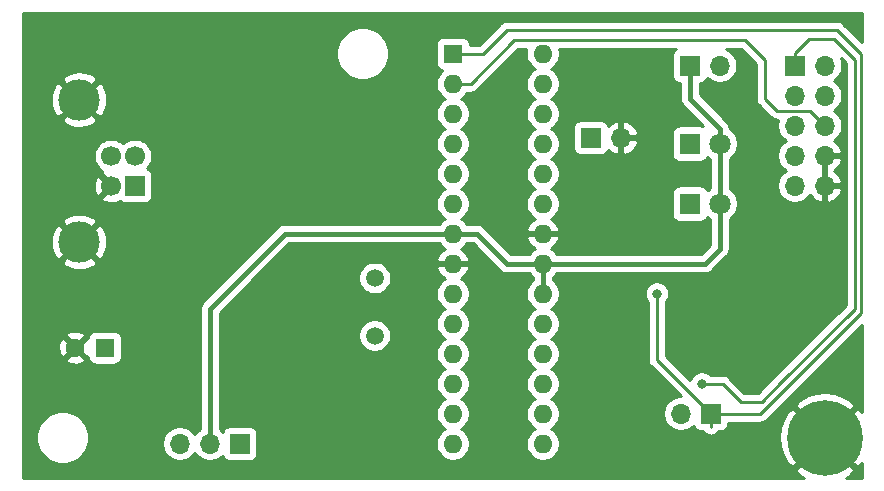
<source format=gbr>
G04 #@! TF.GenerationSoftware,KiCad,Pcbnew,(5.1.5-0-10_14)*
G04 #@! TF.CreationDate,2020-05-14T12:08:37+02:00*
G04 #@! TF.ProjectId,usbasp,75736261-7370-42e6-9b69-6361645f7063,rev?*
G04 #@! TF.SameCoordinates,Original*
G04 #@! TF.FileFunction,Copper,L2,Bot*
G04 #@! TF.FilePolarity,Positive*
%FSLAX46Y46*%
G04 Gerber Fmt 4.6, Leading zero omitted, Abs format (unit mm)*
G04 Created by KiCad (PCBNEW (5.1.5-0-10_14)) date 2020-05-14 12:08:37*
%MOMM*%
%LPD*%
G04 APERTURE LIST*
%ADD10R,1.700000X1.700000*%
%ADD11O,1.700000X1.700000*%
%ADD12C,1.700000*%
%ADD13C,3.500000*%
%ADD14C,6.400000*%
%ADD15R,1.600000X1.600000*%
%ADD16O,1.600000X1.600000*%
%ADD17C,1.800000*%
%ADD18R,1.800000X1.800000*%
%ADD19C,1.600000*%
%ADD20C,1.500000*%
%ADD21C,0.800000*%
%ADD22C,0.250000*%
%ADD23C,0.400000*%
%ADD24C,0.254000*%
G04 APERTURE END LIST*
D10*
X167640000Y-38100000D03*
D11*
X170180000Y-38100000D03*
X167640000Y-40640000D03*
X170180000Y-40640000D03*
X167640000Y-43180000D03*
X170180000Y-43180000D03*
X167640000Y-45720000D03*
X170180000Y-45720000D03*
X167640000Y-48260000D03*
X170180000Y-48260000D03*
D10*
X111760000Y-48260000D03*
D12*
X111760000Y-45760000D03*
X109760000Y-45760000D03*
X109760000Y-48260000D03*
D13*
X107050000Y-53030000D03*
X107050000Y-40990000D03*
D14*
X170180000Y-69596000D03*
D15*
X138684000Y-37084000D03*
D16*
X146304000Y-70104000D03*
X138684000Y-39624000D03*
X146304000Y-67564000D03*
X138684000Y-42164000D03*
X146304000Y-65024000D03*
X138684000Y-44704000D03*
X146304000Y-62484000D03*
X138684000Y-47244000D03*
X146304000Y-59944000D03*
X138684000Y-49784000D03*
X146304000Y-57404000D03*
X138684000Y-52324000D03*
X146304000Y-54864000D03*
X138684000Y-54864000D03*
X146304000Y-52324000D03*
X138684000Y-57404000D03*
X146304000Y-49784000D03*
X138684000Y-59944000D03*
X146304000Y-47244000D03*
X138684000Y-62484000D03*
X146304000Y-44704000D03*
X138684000Y-65024000D03*
X146304000Y-42164000D03*
X138684000Y-67564000D03*
X146304000Y-39624000D03*
X138684000Y-70104000D03*
X146304000Y-37084000D03*
D17*
X161290000Y-44704000D03*
D18*
X158750000Y-44704000D03*
D11*
X161290000Y-38100000D03*
D10*
X158750000Y-38100000D03*
D11*
X115570000Y-70104000D03*
X118110000Y-70104000D03*
D10*
X120650000Y-70104000D03*
D11*
X157988000Y-67564000D03*
D10*
X160528000Y-67564000D03*
D11*
X152908000Y-44196000D03*
D10*
X150368000Y-44196000D03*
D15*
X109220000Y-61976000D03*
D19*
X106720000Y-61976000D03*
D18*
X158750000Y-49784000D03*
D17*
X161290000Y-49784000D03*
D20*
X132080000Y-56080000D03*
X132080000Y-60960000D03*
D21*
X159766000Y-65024000D03*
X155956000Y-57404000D03*
D22*
X167640000Y-37000000D02*
X167640000Y-38100000D01*
X168826000Y-35814000D02*
X167640000Y-37000000D01*
X170942000Y-35814000D02*
X168826000Y-35814000D01*
X172720000Y-58674000D02*
X172720000Y-37592000D01*
X172720000Y-37592000D02*
X170942000Y-35814000D01*
X159766000Y-65024000D02*
X161544000Y-65024000D01*
X164846000Y-66548000D02*
X166497000Y-64897000D01*
X161544000Y-65024000D02*
X163068000Y-66548000D01*
X163068000Y-66548000D02*
X164846000Y-66548000D01*
X166497000Y-64897000D02*
X172720000Y-58674000D01*
X166370000Y-65024000D02*
X166497000Y-64897000D01*
X138684000Y-39624000D02*
X140208000Y-39624000D01*
X143873001Y-35958999D02*
X163431001Y-35958999D01*
X140208000Y-39624000D02*
X143873001Y-35958999D01*
X163431001Y-35958999D02*
X165100000Y-37627998D01*
X165100000Y-37627998D02*
X165100000Y-40894000D01*
X165100000Y-40894000D02*
X166116000Y-41910000D01*
X168910000Y-41910000D02*
X170180000Y-43180000D01*
X166116000Y-41910000D02*
X168910000Y-41910000D01*
X155956000Y-62992000D02*
X160528000Y-67564000D01*
X155956000Y-57404000D02*
X155956000Y-62992000D01*
X160528000Y-68664000D02*
X160528000Y-67564000D01*
X171196000Y-35052000D02*
X173228000Y-37084000D01*
X143256000Y-35052000D02*
X171196000Y-35052000D01*
X141224000Y-37084000D02*
X143256000Y-35052000D01*
X138684000Y-37084000D02*
X141224000Y-37084000D01*
X173228000Y-59056410D02*
X164720410Y-67564000D01*
X173228000Y-37084000D02*
X173228000Y-59056410D01*
X164720410Y-67564000D02*
X160528000Y-67564000D01*
D23*
X138684000Y-52324000D02*
X124460000Y-52324000D01*
X118110000Y-58674000D02*
X118110000Y-70104000D01*
X124460000Y-52324000D02*
X118110000Y-58674000D01*
X138684000Y-52324000D02*
X140716000Y-52324000D01*
X143256000Y-54864000D02*
X146304000Y-54864000D01*
X140716000Y-52324000D02*
X143256000Y-54864000D01*
X146304000Y-54864000D02*
X146304000Y-57404000D01*
X161290000Y-49784000D02*
X161290000Y-44704000D01*
X158750000Y-40891208D02*
X158750000Y-38100000D01*
X161290000Y-43431208D02*
X158750000Y-40891208D01*
X161290000Y-44704000D02*
X161290000Y-43431208D01*
X146304000Y-54864000D02*
X160020000Y-54864000D01*
X161290000Y-53594000D02*
X161290000Y-49784000D01*
X160020000Y-54864000D02*
X161290000Y-53594000D01*
D24*
G36*
X173330000Y-36111198D02*
G01*
X171759804Y-34541003D01*
X171736001Y-34511999D01*
X171620276Y-34417026D01*
X171488247Y-34346454D01*
X171344986Y-34302997D01*
X171233333Y-34292000D01*
X171233322Y-34292000D01*
X171196000Y-34288324D01*
X171158678Y-34292000D01*
X143293323Y-34292000D01*
X143256000Y-34288324D01*
X143218677Y-34292000D01*
X143218667Y-34292000D01*
X143107014Y-34302997D01*
X142963753Y-34346454D01*
X142831723Y-34417026D01*
X142748083Y-34485668D01*
X142715999Y-34511999D01*
X142692201Y-34540997D01*
X140909199Y-36324000D01*
X140122072Y-36324000D01*
X140122072Y-36284000D01*
X140109812Y-36159518D01*
X140073502Y-36039820D01*
X140014537Y-35929506D01*
X139935185Y-35832815D01*
X139838494Y-35753463D01*
X139728180Y-35694498D01*
X139608482Y-35658188D01*
X139484000Y-35645928D01*
X137884000Y-35645928D01*
X137759518Y-35658188D01*
X137639820Y-35694498D01*
X137529506Y-35753463D01*
X137432815Y-35832815D01*
X137353463Y-35929506D01*
X137294498Y-36039820D01*
X137258188Y-36159518D01*
X137245928Y-36284000D01*
X137245928Y-37884000D01*
X137258188Y-38008482D01*
X137294498Y-38128180D01*
X137353463Y-38238494D01*
X137432815Y-38335185D01*
X137529506Y-38414537D01*
X137639820Y-38473502D01*
X137759518Y-38509812D01*
X137767961Y-38510643D01*
X137569363Y-38709241D01*
X137412320Y-38944273D01*
X137304147Y-39205426D01*
X137249000Y-39482665D01*
X137249000Y-39765335D01*
X137304147Y-40042574D01*
X137412320Y-40303727D01*
X137569363Y-40538759D01*
X137769241Y-40738637D01*
X138001759Y-40894000D01*
X137769241Y-41049363D01*
X137569363Y-41249241D01*
X137412320Y-41484273D01*
X137304147Y-41745426D01*
X137249000Y-42022665D01*
X137249000Y-42305335D01*
X137304147Y-42582574D01*
X137412320Y-42843727D01*
X137569363Y-43078759D01*
X137769241Y-43278637D01*
X138001759Y-43434000D01*
X137769241Y-43589363D01*
X137569363Y-43789241D01*
X137412320Y-44024273D01*
X137304147Y-44285426D01*
X137249000Y-44562665D01*
X137249000Y-44845335D01*
X137304147Y-45122574D01*
X137412320Y-45383727D01*
X137569363Y-45618759D01*
X137769241Y-45818637D01*
X138001759Y-45974000D01*
X137769241Y-46129363D01*
X137569363Y-46329241D01*
X137412320Y-46564273D01*
X137304147Y-46825426D01*
X137249000Y-47102665D01*
X137249000Y-47385335D01*
X137304147Y-47662574D01*
X137412320Y-47923727D01*
X137569363Y-48158759D01*
X137769241Y-48358637D01*
X138001759Y-48514000D01*
X137769241Y-48669363D01*
X137569363Y-48869241D01*
X137412320Y-49104273D01*
X137304147Y-49365426D01*
X137249000Y-49642665D01*
X137249000Y-49925335D01*
X137304147Y-50202574D01*
X137412320Y-50463727D01*
X137569363Y-50698759D01*
X137769241Y-50898637D01*
X138001759Y-51054000D01*
X137769241Y-51209363D01*
X137569363Y-51409241D01*
X137516070Y-51489000D01*
X124501018Y-51489000D01*
X124459999Y-51484960D01*
X124418981Y-51489000D01*
X124296311Y-51501082D01*
X124138913Y-51548828D01*
X123993854Y-51626364D01*
X123866709Y-51730709D01*
X123840559Y-51762573D01*
X117548579Y-58054554D01*
X117516709Y-58080709D01*
X117412365Y-58207854D01*
X117412364Y-58207855D01*
X117334828Y-58352914D01*
X117287082Y-58510312D01*
X117270960Y-58674000D01*
X117275000Y-58715019D01*
X117275001Y-68875934D01*
X117163368Y-68950525D01*
X116956525Y-69157368D01*
X116840000Y-69331760D01*
X116723475Y-69157368D01*
X116516632Y-68950525D01*
X116273411Y-68788010D01*
X116003158Y-68676068D01*
X115716260Y-68619000D01*
X115423740Y-68619000D01*
X115136842Y-68676068D01*
X114866589Y-68788010D01*
X114623368Y-68950525D01*
X114416525Y-69157368D01*
X114254010Y-69400589D01*
X114142068Y-69670842D01*
X114085000Y-69957740D01*
X114085000Y-70250260D01*
X114142068Y-70537158D01*
X114254010Y-70807411D01*
X114416525Y-71050632D01*
X114623368Y-71257475D01*
X114866589Y-71419990D01*
X115136842Y-71531932D01*
X115423740Y-71589000D01*
X115716260Y-71589000D01*
X116003158Y-71531932D01*
X116273411Y-71419990D01*
X116516632Y-71257475D01*
X116723475Y-71050632D01*
X116840000Y-70876240D01*
X116956525Y-71050632D01*
X117163368Y-71257475D01*
X117406589Y-71419990D01*
X117676842Y-71531932D01*
X117963740Y-71589000D01*
X118256260Y-71589000D01*
X118543158Y-71531932D01*
X118813411Y-71419990D01*
X119056632Y-71257475D01*
X119188487Y-71125620D01*
X119210498Y-71198180D01*
X119269463Y-71308494D01*
X119348815Y-71405185D01*
X119445506Y-71484537D01*
X119555820Y-71543502D01*
X119675518Y-71579812D01*
X119800000Y-71592072D01*
X121500000Y-71592072D01*
X121624482Y-71579812D01*
X121744180Y-71543502D01*
X121854494Y-71484537D01*
X121951185Y-71405185D01*
X122030537Y-71308494D01*
X122089502Y-71198180D01*
X122125812Y-71078482D01*
X122138072Y-70954000D01*
X122138072Y-69254000D01*
X122125812Y-69129518D01*
X122089502Y-69009820D01*
X122030537Y-68899506D01*
X121951185Y-68802815D01*
X121854494Y-68723463D01*
X121744180Y-68664498D01*
X121624482Y-68628188D01*
X121500000Y-68615928D01*
X119800000Y-68615928D01*
X119675518Y-68628188D01*
X119555820Y-68664498D01*
X119445506Y-68723463D01*
X119348815Y-68802815D01*
X119269463Y-68899506D01*
X119210498Y-69009820D01*
X119188487Y-69082380D01*
X119056632Y-68950525D01*
X118945000Y-68875935D01*
X118945000Y-60823589D01*
X130695000Y-60823589D01*
X130695000Y-61096411D01*
X130748225Y-61363989D01*
X130852629Y-61616043D01*
X131004201Y-61842886D01*
X131197114Y-62035799D01*
X131423957Y-62187371D01*
X131676011Y-62291775D01*
X131943589Y-62345000D01*
X132216411Y-62345000D01*
X132483989Y-62291775D01*
X132736043Y-62187371D01*
X132962886Y-62035799D01*
X133155799Y-61842886D01*
X133307371Y-61616043D01*
X133411775Y-61363989D01*
X133465000Y-61096411D01*
X133465000Y-60823589D01*
X133411775Y-60556011D01*
X133307371Y-60303957D01*
X133155799Y-60077114D01*
X132962886Y-59884201D01*
X132736043Y-59732629D01*
X132483989Y-59628225D01*
X132216411Y-59575000D01*
X131943589Y-59575000D01*
X131676011Y-59628225D01*
X131423957Y-59732629D01*
X131197114Y-59884201D01*
X131004201Y-60077114D01*
X130852629Y-60303957D01*
X130748225Y-60556011D01*
X130695000Y-60823589D01*
X118945000Y-60823589D01*
X118945000Y-59019867D01*
X122021278Y-55943589D01*
X130695000Y-55943589D01*
X130695000Y-56216411D01*
X130748225Y-56483989D01*
X130852629Y-56736043D01*
X131004201Y-56962886D01*
X131197114Y-57155799D01*
X131423957Y-57307371D01*
X131676011Y-57411775D01*
X131943589Y-57465000D01*
X132216411Y-57465000D01*
X132483989Y-57411775D01*
X132736043Y-57307371D01*
X132802950Y-57262665D01*
X137249000Y-57262665D01*
X137249000Y-57545335D01*
X137304147Y-57822574D01*
X137412320Y-58083727D01*
X137569363Y-58318759D01*
X137769241Y-58518637D01*
X138001759Y-58674000D01*
X137769241Y-58829363D01*
X137569363Y-59029241D01*
X137412320Y-59264273D01*
X137304147Y-59525426D01*
X137249000Y-59802665D01*
X137249000Y-60085335D01*
X137304147Y-60362574D01*
X137412320Y-60623727D01*
X137569363Y-60858759D01*
X137769241Y-61058637D01*
X138001759Y-61214000D01*
X137769241Y-61369363D01*
X137569363Y-61569241D01*
X137412320Y-61804273D01*
X137304147Y-62065426D01*
X137249000Y-62342665D01*
X137249000Y-62625335D01*
X137304147Y-62902574D01*
X137412320Y-63163727D01*
X137569363Y-63398759D01*
X137769241Y-63598637D01*
X138001759Y-63754000D01*
X137769241Y-63909363D01*
X137569363Y-64109241D01*
X137412320Y-64344273D01*
X137304147Y-64605426D01*
X137249000Y-64882665D01*
X137249000Y-65165335D01*
X137304147Y-65442574D01*
X137412320Y-65703727D01*
X137569363Y-65938759D01*
X137769241Y-66138637D01*
X138001759Y-66294000D01*
X137769241Y-66449363D01*
X137569363Y-66649241D01*
X137412320Y-66884273D01*
X137304147Y-67145426D01*
X137249000Y-67422665D01*
X137249000Y-67705335D01*
X137304147Y-67982574D01*
X137412320Y-68243727D01*
X137569363Y-68478759D01*
X137769241Y-68678637D01*
X138001759Y-68834000D01*
X137769241Y-68989363D01*
X137569363Y-69189241D01*
X137412320Y-69424273D01*
X137304147Y-69685426D01*
X137249000Y-69962665D01*
X137249000Y-70245335D01*
X137304147Y-70522574D01*
X137412320Y-70783727D01*
X137569363Y-71018759D01*
X137769241Y-71218637D01*
X138004273Y-71375680D01*
X138265426Y-71483853D01*
X138542665Y-71539000D01*
X138825335Y-71539000D01*
X139102574Y-71483853D01*
X139363727Y-71375680D01*
X139598759Y-71218637D01*
X139798637Y-71018759D01*
X139955680Y-70783727D01*
X140063853Y-70522574D01*
X140119000Y-70245335D01*
X140119000Y-69962665D01*
X140063853Y-69685426D01*
X139955680Y-69424273D01*
X139798637Y-69189241D01*
X139598759Y-68989363D01*
X139366241Y-68834000D01*
X139598759Y-68678637D01*
X139798637Y-68478759D01*
X139955680Y-68243727D01*
X140063853Y-67982574D01*
X140119000Y-67705335D01*
X140119000Y-67422665D01*
X140063853Y-67145426D01*
X139955680Y-66884273D01*
X139798637Y-66649241D01*
X139598759Y-66449363D01*
X139366241Y-66294000D01*
X139598759Y-66138637D01*
X139798637Y-65938759D01*
X139955680Y-65703727D01*
X140063853Y-65442574D01*
X140119000Y-65165335D01*
X140119000Y-64882665D01*
X140063853Y-64605426D01*
X139955680Y-64344273D01*
X139798637Y-64109241D01*
X139598759Y-63909363D01*
X139366241Y-63754000D01*
X139598759Y-63598637D01*
X139798637Y-63398759D01*
X139955680Y-63163727D01*
X140063853Y-62902574D01*
X140119000Y-62625335D01*
X140119000Y-62342665D01*
X140063853Y-62065426D01*
X139955680Y-61804273D01*
X139798637Y-61569241D01*
X139598759Y-61369363D01*
X139366241Y-61214000D01*
X139598759Y-61058637D01*
X139798637Y-60858759D01*
X139955680Y-60623727D01*
X140063853Y-60362574D01*
X140119000Y-60085335D01*
X140119000Y-59802665D01*
X140063853Y-59525426D01*
X139955680Y-59264273D01*
X139798637Y-59029241D01*
X139598759Y-58829363D01*
X139366241Y-58674000D01*
X139598759Y-58518637D01*
X139798637Y-58318759D01*
X139955680Y-58083727D01*
X140063853Y-57822574D01*
X140119000Y-57545335D01*
X140119000Y-57262665D01*
X140063853Y-56985426D01*
X139955680Y-56724273D01*
X139798637Y-56489241D01*
X139598759Y-56289363D01*
X139363727Y-56132320D01*
X139353135Y-56127933D01*
X139539131Y-56016385D01*
X139747519Y-55827414D01*
X139915037Y-55601420D01*
X140035246Y-55347087D01*
X140075904Y-55213039D01*
X139953915Y-54991000D01*
X138811000Y-54991000D01*
X138811000Y-55011000D01*
X138557000Y-55011000D01*
X138557000Y-54991000D01*
X137414085Y-54991000D01*
X137292096Y-55213039D01*
X137332754Y-55347087D01*
X137452963Y-55601420D01*
X137620481Y-55827414D01*
X137828869Y-56016385D01*
X138014865Y-56127933D01*
X138004273Y-56132320D01*
X137769241Y-56289363D01*
X137569363Y-56489241D01*
X137412320Y-56724273D01*
X137304147Y-56985426D01*
X137249000Y-57262665D01*
X132802950Y-57262665D01*
X132962886Y-57155799D01*
X133155799Y-56962886D01*
X133307371Y-56736043D01*
X133411775Y-56483989D01*
X133465000Y-56216411D01*
X133465000Y-55943589D01*
X133411775Y-55676011D01*
X133307371Y-55423957D01*
X133155799Y-55197114D01*
X132962886Y-55004201D01*
X132736043Y-54852629D01*
X132483989Y-54748225D01*
X132216411Y-54695000D01*
X131943589Y-54695000D01*
X131676011Y-54748225D01*
X131423957Y-54852629D01*
X131197114Y-55004201D01*
X131004201Y-55197114D01*
X130852629Y-55423957D01*
X130748225Y-55676011D01*
X130695000Y-55943589D01*
X122021278Y-55943589D01*
X124805868Y-53159000D01*
X137516070Y-53159000D01*
X137569363Y-53238759D01*
X137769241Y-53438637D01*
X138004273Y-53595680D01*
X138014865Y-53600067D01*
X137828869Y-53711615D01*
X137620481Y-53900586D01*
X137452963Y-54126580D01*
X137332754Y-54380913D01*
X137292096Y-54514961D01*
X137414085Y-54737000D01*
X138557000Y-54737000D01*
X138557000Y-54717000D01*
X138811000Y-54717000D01*
X138811000Y-54737000D01*
X139953915Y-54737000D01*
X140075904Y-54514961D01*
X140035246Y-54380913D01*
X139915037Y-54126580D01*
X139747519Y-53900586D01*
X139539131Y-53711615D01*
X139353135Y-53600067D01*
X139363727Y-53595680D01*
X139598759Y-53438637D01*
X139798637Y-53238759D01*
X139851930Y-53159000D01*
X140370133Y-53159000D01*
X142636559Y-55425427D01*
X142662709Y-55457291D01*
X142789854Y-55561636D01*
X142934913Y-55639172D01*
X143092311Y-55686918D01*
X143214981Y-55699000D01*
X143214991Y-55699000D01*
X143255999Y-55703039D01*
X143297007Y-55699000D01*
X145136070Y-55699000D01*
X145189363Y-55778759D01*
X145389241Y-55978637D01*
X145469000Y-56031930D01*
X145469001Y-56236070D01*
X145389241Y-56289363D01*
X145189363Y-56489241D01*
X145032320Y-56724273D01*
X144924147Y-56985426D01*
X144869000Y-57262665D01*
X144869000Y-57545335D01*
X144924147Y-57822574D01*
X145032320Y-58083727D01*
X145189363Y-58318759D01*
X145389241Y-58518637D01*
X145621759Y-58674000D01*
X145389241Y-58829363D01*
X145189363Y-59029241D01*
X145032320Y-59264273D01*
X144924147Y-59525426D01*
X144869000Y-59802665D01*
X144869000Y-60085335D01*
X144924147Y-60362574D01*
X145032320Y-60623727D01*
X145189363Y-60858759D01*
X145389241Y-61058637D01*
X145621759Y-61214000D01*
X145389241Y-61369363D01*
X145189363Y-61569241D01*
X145032320Y-61804273D01*
X144924147Y-62065426D01*
X144869000Y-62342665D01*
X144869000Y-62625335D01*
X144924147Y-62902574D01*
X145032320Y-63163727D01*
X145189363Y-63398759D01*
X145389241Y-63598637D01*
X145621759Y-63754000D01*
X145389241Y-63909363D01*
X145189363Y-64109241D01*
X145032320Y-64344273D01*
X144924147Y-64605426D01*
X144869000Y-64882665D01*
X144869000Y-65165335D01*
X144924147Y-65442574D01*
X145032320Y-65703727D01*
X145189363Y-65938759D01*
X145389241Y-66138637D01*
X145621759Y-66294000D01*
X145389241Y-66449363D01*
X145189363Y-66649241D01*
X145032320Y-66884273D01*
X144924147Y-67145426D01*
X144869000Y-67422665D01*
X144869000Y-67705335D01*
X144924147Y-67982574D01*
X145032320Y-68243727D01*
X145189363Y-68478759D01*
X145389241Y-68678637D01*
X145621759Y-68834000D01*
X145389241Y-68989363D01*
X145189363Y-69189241D01*
X145032320Y-69424273D01*
X144924147Y-69685426D01*
X144869000Y-69962665D01*
X144869000Y-70245335D01*
X144924147Y-70522574D01*
X145032320Y-70783727D01*
X145189363Y-71018759D01*
X145389241Y-71218637D01*
X145624273Y-71375680D01*
X145885426Y-71483853D01*
X146162665Y-71539000D01*
X146445335Y-71539000D01*
X146722574Y-71483853D01*
X146983727Y-71375680D01*
X147218759Y-71218637D01*
X147418637Y-71018759D01*
X147575680Y-70783727D01*
X147683853Y-70522574D01*
X147739000Y-70245335D01*
X147739000Y-69962665D01*
X147683853Y-69685426D01*
X147636745Y-69571695D01*
X166326520Y-69571695D01*
X166395822Y-70323938D01*
X166610548Y-71048208D01*
X166962445Y-71716670D01*
X166989452Y-71757088D01*
X167479119Y-72117276D01*
X170000395Y-69596000D01*
X167479119Y-67074724D01*
X166989452Y-67434912D01*
X166629151Y-68098882D01*
X166405306Y-68820385D01*
X166326520Y-69571695D01*
X147636745Y-69571695D01*
X147575680Y-69424273D01*
X147418637Y-69189241D01*
X147218759Y-68989363D01*
X146986241Y-68834000D01*
X147218759Y-68678637D01*
X147418637Y-68478759D01*
X147575680Y-68243727D01*
X147683853Y-67982574D01*
X147739000Y-67705335D01*
X147739000Y-67422665D01*
X147683853Y-67145426D01*
X147575680Y-66884273D01*
X147418637Y-66649241D01*
X147218759Y-66449363D01*
X146986241Y-66294000D01*
X147218759Y-66138637D01*
X147418637Y-65938759D01*
X147575680Y-65703727D01*
X147683853Y-65442574D01*
X147739000Y-65165335D01*
X147739000Y-64882665D01*
X147683853Y-64605426D01*
X147575680Y-64344273D01*
X147418637Y-64109241D01*
X147218759Y-63909363D01*
X146986241Y-63754000D01*
X147218759Y-63598637D01*
X147418637Y-63398759D01*
X147575680Y-63163727D01*
X147683853Y-62902574D01*
X147739000Y-62625335D01*
X147739000Y-62342665D01*
X147683853Y-62065426D01*
X147575680Y-61804273D01*
X147418637Y-61569241D01*
X147218759Y-61369363D01*
X146986241Y-61214000D01*
X147218759Y-61058637D01*
X147418637Y-60858759D01*
X147575680Y-60623727D01*
X147683853Y-60362574D01*
X147739000Y-60085335D01*
X147739000Y-59802665D01*
X147683853Y-59525426D01*
X147575680Y-59264273D01*
X147418637Y-59029241D01*
X147218759Y-58829363D01*
X146986241Y-58674000D01*
X147218759Y-58518637D01*
X147418637Y-58318759D01*
X147575680Y-58083727D01*
X147683853Y-57822574D01*
X147739000Y-57545335D01*
X147739000Y-57262665D01*
X147683853Y-56985426D01*
X147575680Y-56724273D01*
X147418637Y-56489241D01*
X147218759Y-56289363D01*
X147139000Y-56236070D01*
X147139000Y-56031930D01*
X147218759Y-55978637D01*
X147418637Y-55778759D01*
X147471930Y-55699000D01*
X159978982Y-55699000D01*
X160020000Y-55703040D01*
X160061018Y-55699000D01*
X160061019Y-55699000D01*
X160183689Y-55686918D01*
X160341087Y-55639172D01*
X160486146Y-55561636D01*
X160613291Y-55457291D01*
X160639446Y-55425421D01*
X161851428Y-54213440D01*
X161883291Y-54187291D01*
X161987636Y-54060146D01*
X162065172Y-53915087D01*
X162112918Y-53757689D01*
X162125000Y-53635019D01*
X162125000Y-53635017D01*
X162129040Y-53594001D01*
X162125000Y-53552985D01*
X162125000Y-51072199D01*
X162268505Y-50976312D01*
X162482312Y-50762505D01*
X162650299Y-50511095D01*
X162766011Y-50231743D01*
X162825000Y-49935184D01*
X162825000Y-49632816D01*
X162766011Y-49336257D01*
X162650299Y-49056905D01*
X162482312Y-48805495D01*
X162268505Y-48591688D01*
X162125000Y-48495801D01*
X162125000Y-45992199D01*
X162268505Y-45896312D01*
X162482312Y-45682505D01*
X162650299Y-45431095D01*
X162766011Y-45151743D01*
X162825000Y-44855184D01*
X162825000Y-44552816D01*
X162766011Y-44256257D01*
X162650299Y-43976905D01*
X162482312Y-43725495D01*
X162268505Y-43511688D01*
X162127699Y-43417604D01*
X162125000Y-43390199D01*
X162125000Y-43390189D01*
X162112918Y-43267519D01*
X162065172Y-43110121D01*
X161987636Y-42965062D01*
X161883291Y-42837917D01*
X161851427Y-42811767D01*
X159585000Y-40545341D01*
X159585000Y-39588072D01*
X159600000Y-39588072D01*
X159724482Y-39575812D01*
X159844180Y-39539502D01*
X159954494Y-39480537D01*
X160051185Y-39401185D01*
X160130537Y-39304494D01*
X160189502Y-39194180D01*
X160211513Y-39121620D01*
X160343368Y-39253475D01*
X160586589Y-39415990D01*
X160856842Y-39527932D01*
X161143740Y-39585000D01*
X161436260Y-39585000D01*
X161723158Y-39527932D01*
X161993411Y-39415990D01*
X162236632Y-39253475D01*
X162443475Y-39046632D01*
X162605990Y-38803411D01*
X162717932Y-38533158D01*
X162775000Y-38246260D01*
X162775000Y-37953740D01*
X162717932Y-37666842D01*
X162605990Y-37396589D01*
X162443475Y-37153368D01*
X162236632Y-36946525D01*
X161993411Y-36784010D01*
X161836460Y-36718999D01*
X163116200Y-36718999D01*
X164340000Y-37942800D01*
X164340001Y-40856668D01*
X164336324Y-40894000D01*
X164340001Y-40931333D01*
X164350998Y-41042986D01*
X164364180Y-41086442D01*
X164394454Y-41186246D01*
X164465026Y-41318276D01*
X164531273Y-41398997D01*
X164560000Y-41434001D01*
X164588998Y-41457799D01*
X165552200Y-42421002D01*
X165575999Y-42450001D01*
X165604997Y-42473799D01*
X165691723Y-42544974D01*
X165780016Y-42592168D01*
X165823753Y-42615546D01*
X165967014Y-42659003D01*
X166078667Y-42670000D01*
X166078677Y-42670000D01*
X166116000Y-42673676D01*
X166153322Y-42670000D01*
X166243897Y-42670000D01*
X166212068Y-42746842D01*
X166155000Y-43033740D01*
X166155000Y-43326260D01*
X166212068Y-43613158D01*
X166324010Y-43883411D01*
X166486525Y-44126632D01*
X166693368Y-44333475D01*
X166867760Y-44450000D01*
X166693368Y-44566525D01*
X166486525Y-44773368D01*
X166324010Y-45016589D01*
X166212068Y-45286842D01*
X166155000Y-45573740D01*
X166155000Y-45866260D01*
X166212068Y-46153158D01*
X166324010Y-46423411D01*
X166486525Y-46666632D01*
X166693368Y-46873475D01*
X166867760Y-46990000D01*
X166693368Y-47106525D01*
X166486525Y-47313368D01*
X166324010Y-47556589D01*
X166212068Y-47826842D01*
X166155000Y-48113740D01*
X166155000Y-48406260D01*
X166212068Y-48693158D01*
X166324010Y-48963411D01*
X166486525Y-49206632D01*
X166693368Y-49413475D01*
X166936589Y-49575990D01*
X167206842Y-49687932D01*
X167493740Y-49745000D01*
X167786260Y-49745000D01*
X168073158Y-49687932D01*
X168343411Y-49575990D01*
X168586632Y-49413475D01*
X168793475Y-49206632D01*
X168911100Y-49030594D01*
X169082412Y-49260269D01*
X169298645Y-49455178D01*
X169548748Y-49604157D01*
X169823109Y-49701481D01*
X170053000Y-49580814D01*
X170053000Y-48387000D01*
X170307000Y-48387000D01*
X170307000Y-49580814D01*
X170536891Y-49701481D01*
X170811252Y-49604157D01*
X171061355Y-49455178D01*
X171277588Y-49260269D01*
X171451641Y-49026920D01*
X171576825Y-48764099D01*
X171621476Y-48616890D01*
X171500155Y-48387000D01*
X170307000Y-48387000D01*
X170053000Y-48387000D01*
X170033000Y-48387000D01*
X170033000Y-48133000D01*
X170053000Y-48133000D01*
X170053000Y-45847000D01*
X170307000Y-45847000D01*
X170307000Y-48133000D01*
X171500155Y-48133000D01*
X171621476Y-47903110D01*
X171576825Y-47755901D01*
X171451641Y-47493080D01*
X171277588Y-47259731D01*
X171061355Y-47064822D01*
X170935745Y-46990000D01*
X171061355Y-46915178D01*
X171277588Y-46720269D01*
X171451641Y-46486920D01*
X171576825Y-46224099D01*
X171621476Y-46076890D01*
X171500155Y-45847000D01*
X170307000Y-45847000D01*
X170053000Y-45847000D01*
X170033000Y-45847000D01*
X170033000Y-45593000D01*
X170053000Y-45593000D01*
X170053000Y-45573000D01*
X170307000Y-45573000D01*
X170307000Y-45593000D01*
X171500155Y-45593000D01*
X171621476Y-45363110D01*
X171576825Y-45215901D01*
X171451641Y-44953080D01*
X171277588Y-44719731D01*
X171061355Y-44524822D01*
X170944466Y-44455195D01*
X171126632Y-44333475D01*
X171333475Y-44126632D01*
X171495990Y-43883411D01*
X171607932Y-43613158D01*
X171665000Y-43326260D01*
X171665000Y-43033740D01*
X171607932Y-42746842D01*
X171495990Y-42476589D01*
X171333475Y-42233368D01*
X171126632Y-42026525D01*
X170952240Y-41910000D01*
X171126632Y-41793475D01*
X171333475Y-41586632D01*
X171495990Y-41343411D01*
X171607932Y-41073158D01*
X171665000Y-40786260D01*
X171665000Y-40493740D01*
X171607932Y-40206842D01*
X171495990Y-39936589D01*
X171333475Y-39693368D01*
X171126632Y-39486525D01*
X170952240Y-39370000D01*
X171126632Y-39253475D01*
X171333475Y-39046632D01*
X171495990Y-38803411D01*
X171607932Y-38533158D01*
X171665000Y-38246260D01*
X171665000Y-37953740D01*
X171607932Y-37666842D01*
X171528660Y-37475462D01*
X171960001Y-37906803D01*
X171960000Y-58359198D01*
X165986003Y-64333196D01*
X165985997Y-64333201D01*
X164531199Y-65788000D01*
X163382803Y-65788000D01*
X162107803Y-64513002D01*
X162084001Y-64483999D01*
X161968276Y-64389026D01*
X161836247Y-64318454D01*
X161692986Y-64274997D01*
X161581333Y-64264000D01*
X161581322Y-64264000D01*
X161544000Y-64260324D01*
X161506678Y-64264000D01*
X160469711Y-64264000D01*
X160425774Y-64220063D01*
X160256256Y-64106795D01*
X160067898Y-64028774D01*
X159867939Y-63989000D01*
X159664061Y-63989000D01*
X159464102Y-64028774D01*
X159275744Y-64106795D01*
X159106226Y-64220063D01*
X158962063Y-64364226D01*
X158848795Y-64533744D01*
X158770774Y-64722102D01*
X158769136Y-64730334D01*
X156716000Y-62677199D01*
X156716000Y-58107711D01*
X156759937Y-58063774D01*
X156873205Y-57894256D01*
X156951226Y-57705898D01*
X156991000Y-57505939D01*
X156991000Y-57302061D01*
X156951226Y-57102102D01*
X156873205Y-56913744D01*
X156759937Y-56744226D01*
X156615774Y-56600063D01*
X156446256Y-56486795D01*
X156257898Y-56408774D01*
X156057939Y-56369000D01*
X155854061Y-56369000D01*
X155654102Y-56408774D01*
X155465744Y-56486795D01*
X155296226Y-56600063D01*
X155152063Y-56744226D01*
X155038795Y-56913744D01*
X154960774Y-57102102D01*
X154921000Y-57302061D01*
X154921000Y-57505939D01*
X154960774Y-57705898D01*
X155038795Y-57894256D01*
X155152063Y-58063774D01*
X155196000Y-58107711D01*
X155196001Y-62954668D01*
X155192324Y-62992000D01*
X155206998Y-63140985D01*
X155250454Y-63284246D01*
X155321026Y-63416276D01*
X155392201Y-63503002D01*
X155416000Y-63532001D01*
X155444998Y-63555799D01*
X157968198Y-66079000D01*
X157841740Y-66079000D01*
X157554842Y-66136068D01*
X157284589Y-66248010D01*
X157041368Y-66410525D01*
X156834525Y-66617368D01*
X156672010Y-66860589D01*
X156560068Y-67130842D01*
X156503000Y-67417740D01*
X156503000Y-67710260D01*
X156560068Y-67997158D01*
X156672010Y-68267411D01*
X156834525Y-68510632D01*
X157041368Y-68717475D01*
X157284589Y-68879990D01*
X157554842Y-68991932D01*
X157841740Y-69049000D01*
X158134260Y-69049000D01*
X158421158Y-68991932D01*
X158691411Y-68879990D01*
X158934632Y-68717475D01*
X159066487Y-68585620D01*
X159088498Y-68658180D01*
X159147463Y-68768494D01*
X159226815Y-68865185D01*
X159323506Y-68944537D01*
X159433820Y-69003502D01*
X159553518Y-69039812D01*
X159678000Y-69052072D01*
X159873675Y-69052072D01*
X159893026Y-69088275D01*
X159987999Y-69204001D01*
X160103724Y-69298974D01*
X160235753Y-69369546D01*
X160379014Y-69413003D01*
X160528000Y-69427677D01*
X160676985Y-69413003D01*
X160820246Y-69369546D01*
X160952275Y-69298974D01*
X161068001Y-69204001D01*
X161162974Y-69088276D01*
X161182326Y-69052072D01*
X161378000Y-69052072D01*
X161502482Y-69039812D01*
X161622180Y-69003502D01*
X161732494Y-68944537D01*
X161829185Y-68865185D01*
X161908537Y-68768494D01*
X161967502Y-68658180D01*
X162003812Y-68538482D01*
X162016072Y-68414000D01*
X162016072Y-68324000D01*
X164683088Y-68324000D01*
X164720410Y-68327676D01*
X164757732Y-68324000D01*
X164757743Y-68324000D01*
X164869396Y-68313003D01*
X165012657Y-68269546D01*
X165144686Y-68198974D01*
X165260411Y-68104001D01*
X165284214Y-68074997D01*
X166464092Y-66895119D01*
X167658724Y-66895119D01*
X170180000Y-69416395D01*
X172701276Y-66895119D01*
X172341088Y-66405452D01*
X171677118Y-66045151D01*
X170955615Y-65821306D01*
X170204305Y-65742520D01*
X169452062Y-65811822D01*
X168727792Y-66026548D01*
X168059330Y-66378445D01*
X168018912Y-66405452D01*
X167658724Y-66895119D01*
X166464092Y-66895119D01*
X173330001Y-60029211D01*
X173330001Y-67405086D01*
X172880881Y-67074724D01*
X170359605Y-69596000D01*
X172880881Y-72117276D01*
X173330001Y-71786913D01*
X173330001Y-73000000D01*
X171946500Y-73000000D01*
X172300670Y-72813555D01*
X172341088Y-72786548D01*
X172701276Y-72296881D01*
X170180000Y-69775605D01*
X167658724Y-72296881D01*
X168018912Y-72786548D01*
X168412266Y-73000000D01*
X102260000Y-73000000D01*
X102260000Y-69375872D01*
X103429000Y-69375872D01*
X103429000Y-69816128D01*
X103514890Y-70247925D01*
X103683369Y-70654669D01*
X103927962Y-71020729D01*
X104239271Y-71332038D01*
X104605331Y-71576631D01*
X105012075Y-71745110D01*
X105443872Y-71831000D01*
X105884128Y-71831000D01*
X106315925Y-71745110D01*
X106722669Y-71576631D01*
X107088729Y-71332038D01*
X107400038Y-71020729D01*
X107644631Y-70654669D01*
X107813110Y-70247925D01*
X107899000Y-69816128D01*
X107899000Y-69375872D01*
X107813110Y-68944075D01*
X107644631Y-68537331D01*
X107400038Y-68171271D01*
X107088729Y-67859962D01*
X106722669Y-67615369D01*
X106315925Y-67446890D01*
X105884128Y-67361000D01*
X105443872Y-67361000D01*
X105012075Y-67446890D01*
X104605331Y-67615369D01*
X104239271Y-67859962D01*
X103927962Y-68171271D01*
X103683369Y-68537331D01*
X103514890Y-68944075D01*
X103429000Y-69375872D01*
X102260000Y-69375872D01*
X102260000Y-62968702D01*
X105906903Y-62968702D01*
X105978486Y-63212671D01*
X106233996Y-63333571D01*
X106508184Y-63402300D01*
X106790512Y-63416217D01*
X107070130Y-63374787D01*
X107336292Y-63279603D01*
X107461514Y-63212671D01*
X107533097Y-62968702D01*
X106720000Y-62155605D01*
X105906903Y-62968702D01*
X102260000Y-62968702D01*
X102260000Y-62046512D01*
X105279783Y-62046512D01*
X105321213Y-62326130D01*
X105416397Y-62592292D01*
X105483329Y-62717514D01*
X105727298Y-62789097D01*
X106540395Y-61976000D01*
X106899605Y-61976000D01*
X107712702Y-62789097D01*
X107781928Y-62768785D01*
X107781928Y-62776000D01*
X107794188Y-62900482D01*
X107830498Y-63020180D01*
X107889463Y-63130494D01*
X107968815Y-63227185D01*
X108065506Y-63306537D01*
X108175820Y-63365502D01*
X108295518Y-63401812D01*
X108420000Y-63414072D01*
X110020000Y-63414072D01*
X110144482Y-63401812D01*
X110264180Y-63365502D01*
X110374494Y-63306537D01*
X110471185Y-63227185D01*
X110550537Y-63130494D01*
X110609502Y-63020180D01*
X110645812Y-62900482D01*
X110658072Y-62776000D01*
X110658072Y-61176000D01*
X110645812Y-61051518D01*
X110609502Y-60931820D01*
X110550537Y-60821506D01*
X110471185Y-60724815D01*
X110374494Y-60645463D01*
X110264180Y-60586498D01*
X110144482Y-60550188D01*
X110020000Y-60537928D01*
X108420000Y-60537928D01*
X108295518Y-60550188D01*
X108175820Y-60586498D01*
X108065506Y-60645463D01*
X107968815Y-60724815D01*
X107889463Y-60821506D01*
X107830498Y-60931820D01*
X107794188Y-61051518D01*
X107781928Y-61176000D01*
X107781928Y-61183215D01*
X107712702Y-61162903D01*
X106899605Y-61976000D01*
X106540395Y-61976000D01*
X105727298Y-61162903D01*
X105483329Y-61234486D01*
X105362429Y-61489996D01*
X105293700Y-61764184D01*
X105279783Y-62046512D01*
X102260000Y-62046512D01*
X102260000Y-60983298D01*
X105906903Y-60983298D01*
X106720000Y-61796395D01*
X107533097Y-60983298D01*
X107461514Y-60739329D01*
X107206004Y-60618429D01*
X106931816Y-60549700D01*
X106649488Y-60535783D01*
X106369870Y-60577213D01*
X106103708Y-60672397D01*
X105978486Y-60739329D01*
X105906903Y-60983298D01*
X102260000Y-60983298D01*
X102260000Y-54699609D01*
X105559997Y-54699609D01*
X105746073Y-55040766D01*
X106163409Y-55256513D01*
X106614815Y-55386696D01*
X107082946Y-55426313D01*
X107549811Y-55373842D01*
X107997468Y-55231297D01*
X108353927Y-55040766D01*
X108540003Y-54699609D01*
X107050000Y-53209605D01*
X105559997Y-54699609D01*
X102260000Y-54699609D01*
X102260000Y-53062946D01*
X104653687Y-53062946D01*
X104706158Y-53529811D01*
X104848703Y-53977468D01*
X105039234Y-54333927D01*
X105380391Y-54520003D01*
X106870395Y-53030000D01*
X107229605Y-53030000D01*
X108719609Y-54520003D01*
X109060766Y-54333927D01*
X109276513Y-53916591D01*
X109406696Y-53465185D01*
X109446313Y-52997054D01*
X109393842Y-52530189D01*
X109251297Y-52082532D01*
X109060766Y-51726073D01*
X108719609Y-51539997D01*
X107229605Y-53030000D01*
X106870395Y-53030000D01*
X105380391Y-51539997D01*
X105039234Y-51726073D01*
X104823487Y-52143409D01*
X104693304Y-52594815D01*
X104653687Y-53062946D01*
X102260000Y-53062946D01*
X102260000Y-51360391D01*
X105559997Y-51360391D01*
X107050000Y-52850395D01*
X108540003Y-51360391D01*
X108353927Y-51019234D01*
X107936591Y-50803487D01*
X107485185Y-50673304D01*
X107017054Y-50633687D01*
X106550189Y-50686158D01*
X106102532Y-50828703D01*
X105746073Y-51019234D01*
X105559997Y-51360391D01*
X102260000Y-51360391D01*
X102260000Y-48328531D01*
X108269389Y-48328531D01*
X108311401Y-48618019D01*
X108409081Y-48893747D01*
X108482528Y-49031157D01*
X108731603Y-49108792D01*
X109580395Y-48260000D01*
X108731603Y-47411208D01*
X108482528Y-47488843D01*
X108356629Y-47752883D01*
X108284661Y-48036411D01*
X108269389Y-48328531D01*
X102260000Y-48328531D01*
X102260000Y-45613740D01*
X108275000Y-45613740D01*
X108275000Y-45906260D01*
X108332068Y-46193158D01*
X108444010Y-46463411D01*
X108606525Y-46706632D01*
X108813368Y-46913475D01*
X108976410Y-47022416D01*
X108911208Y-47231603D01*
X109760000Y-48080395D01*
X109774143Y-48066253D01*
X109953748Y-48245858D01*
X109939605Y-48260000D01*
X109953748Y-48274143D01*
X109774143Y-48453748D01*
X109760000Y-48439605D01*
X108911208Y-49288397D01*
X108988843Y-49537472D01*
X109252883Y-49663371D01*
X109536411Y-49735339D01*
X109828531Y-49750611D01*
X110118019Y-49708599D01*
X110393747Y-49610919D01*
X110469850Y-49570241D01*
X110555506Y-49640537D01*
X110665820Y-49699502D01*
X110785518Y-49735812D01*
X110910000Y-49748072D01*
X112610000Y-49748072D01*
X112734482Y-49735812D01*
X112854180Y-49699502D01*
X112964494Y-49640537D01*
X113061185Y-49561185D01*
X113140537Y-49464494D01*
X113199502Y-49354180D01*
X113235812Y-49234482D01*
X113248072Y-49110000D01*
X113248072Y-47410000D01*
X113235812Y-47285518D01*
X113199502Y-47165820D01*
X113140537Y-47055506D01*
X113061185Y-46958815D01*
X112964494Y-46879463D01*
X112854180Y-46820498D01*
X112812310Y-46807797D01*
X112913475Y-46706632D01*
X113075990Y-46463411D01*
X113187932Y-46193158D01*
X113245000Y-45906260D01*
X113245000Y-45613740D01*
X113187932Y-45326842D01*
X113075990Y-45056589D01*
X112913475Y-44813368D01*
X112706632Y-44606525D01*
X112463411Y-44444010D01*
X112193158Y-44332068D01*
X111906260Y-44275000D01*
X111613740Y-44275000D01*
X111326842Y-44332068D01*
X111056589Y-44444010D01*
X110813368Y-44606525D01*
X110760000Y-44659893D01*
X110706632Y-44606525D01*
X110463411Y-44444010D01*
X110193158Y-44332068D01*
X109906260Y-44275000D01*
X109613740Y-44275000D01*
X109326842Y-44332068D01*
X109056589Y-44444010D01*
X108813368Y-44606525D01*
X108606525Y-44813368D01*
X108444010Y-45056589D01*
X108332068Y-45326842D01*
X108275000Y-45613740D01*
X102260000Y-45613740D01*
X102260000Y-42659609D01*
X105559997Y-42659609D01*
X105746073Y-43000766D01*
X106163409Y-43216513D01*
X106614815Y-43346696D01*
X107082946Y-43386313D01*
X107549811Y-43333842D01*
X107997468Y-43191297D01*
X108353927Y-43000766D01*
X108540003Y-42659609D01*
X107050000Y-41169605D01*
X105559997Y-42659609D01*
X102260000Y-42659609D01*
X102260000Y-41022946D01*
X104653687Y-41022946D01*
X104706158Y-41489811D01*
X104848703Y-41937468D01*
X105039234Y-42293927D01*
X105380391Y-42480003D01*
X106870395Y-40990000D01*
X107229605Y-40990000D01*
X108719609Y-42480003D01*
X109060766Y-42293927D01*
X109276513Y-41876591D01*
X109406696Y-41425185D01*
X109446313Y-40957054D01*
X109393842Y-40490189D01*
X109251297Y-40042532D01*
X109060766Y-39686073D01*
X108719609Y-39499997D01*
X107229605Y-40990000D01*
X106870395Y-40990000D01*
X105380391Y-39499997D01*
X105039234Y-39686073D01*
X104823487Y-40103409D01*
X104693304Y-40554815D01*
X104653687Y-41022946D01*
X102260000Y-41022946D01*
X102260000Y-39320391D01*
X105559997Y-39320391D01*
X107050000Y-40810395D01*
X108540003Y-39320391D01*
X108353927Y-38979234D01*
X107936591Y-38763487D01*
X107485185Y-38633304D01*
X107017054Y-38593687D01*
X106550189Y-38646158D01*
X106102532Y-38788703D01*
X105746073Y-38979234D01*
X105559997Y-39320391D01*
X102260000Y-39320391D01*
X102260000Y-36863872D01*
X128829000Y-36863872D01*
X128829000Y-37304128D01*
X128914890Y-37735925D01*
X129083369Y-38142669D01*
X129327962Y-38508729D01*
X129639271Y-38820038D01*
X130005331Y-39064631D01*
X130412075Y-39233110D01*
X130843872Y-39319000D01*
X131284128Y-39319000D01*
X131715925Y-39233110D01*
X132122669Y-39064631D01*
X132488729Y-38820038D01*
X132800038Y-38508729D01*
X133044631Y-38142669D01*
X133213110Y-37735925D01*
X133299000Y-37304128D01*
X133299000Y-36863872D01*
X133213110Y-36432075D01*
X133044631Y-36025331D01*
X132800038Y-35659271D01*
X132488729Y-35347962D01*
X132122669Y-35103369D01*
X131715925Y-34934890D01*
X131284128Y-34849000D01*
X130843872Y-34849000D01*
X130412075Y-34934890D01*
X130005331Y-35103369D01*
X129639271Y-35347962D01*
X129327962Y-35659271D01*
X129083369Y-36025331D01*
X128914890Y-36432075D01*
X128829000Y-36863872D01*
X102260000Y-36863872D01*
X102260000Y-33680000D01*
X173330000Y-33680000D01*
X173330000Y-36111198D01*
G37*
X173330000Y-36111198D02*
X171759804Y-34541003D01*
X171736001Y-34511999D01*
X171620276Y-34417026D01*
X171488247Y-34346454D01*
X171344986Y-34302997D01*
X171233333Y-34292000D01*
X171233322Y-34292000D01*
X171196000Y-34288324D01*
X171158678Y-34292000D01*
X143293323Y-34292000D01*
X143256000Y-34288324D01*
X143218677Y-34292000D01*
X143218667Y-34292000D01*
X143107014Y-34302997D01*
X142963753Y-34346454D01*
X142831723Y-34417026D01*
X142748083Y-34485668D01*
X142715999Y-34511999D01*
X142692201Y-34540997D01*
X140909199Y-36324000D01*
X140122072Y-36324000D01*
X140122072Y-36284000D01*
X140109812Y-36159518D01*
X140073502Y-36039820D01*
X140014537Y-35929506D01*
X139935185Y-35832815D01*
X139838494Y-35753463D01*
X139728180Y-35694498D01*
X139608482Y-35658188D01*
X139484000Y-35645928D01*
X137884000Y-35645928D01*
X137759518Y-35658188D01*
X137639820Y-35694498D01*
X137529506Y-35753463D01*
X137432815Y-35832815D01*
X137353463Y-35929506D01*
X137294498Y-36039820D01*
X137258188Y-36159518D01*
X137245928Y-36284000D01*
X137245928Y-37884000D01*
X137258188Y-38008482D01*
X137294498Y-38128180D01*
X137353463Y-38238494D01*
X137432815Y-38335185D01*
X137529506Y-38414537D01*
X137639820Y-38473502D01*
X137759518Y-38509812D01*
X137767961Y-38510643D01*
X137569363Y-38709241D01*
X137412320Y-38944273D01*
X137304147Y-39205426D01*
X137249000Y-39482665D01*
X137249000Y-39765335D01*
X137304147Y-40042574D01*
X137412320Y-40303727D01*
X137569363Y-40538759D01*
X137769241Y-40738637D01*
X138001759Y-40894000D01*
X137769241Y-41049363D01*
X137569363Y-41249241D01*
X137412320Y-41484273D01*
X137304147Y-41745426D01*
X137249000Y-42022665D01*
X137249000Y-42305335D01*
X137304147Y-42582574D01*
X137412320Y-42843727D01*
X137569363Y-43078759D01*
X137769241Y-43278637D01*
X138001759Y-43434000D01*
X137769241Y-43589363D01*
X137569363Y-43789241D01*
X137412320Y-44024273D01*
X137304147Y-44285426D01*
X137249000Y-44562665D01*
X137249000Y-44845335D01*
X137304147Y-45122574D01*
X137412320Y-45383727D01*
X137569363Y-45618759D01*
X137769241Y-45818637D01*
X138001759Y-45974000D01*
X137769241Y-46129363D01*
X137569363Y-46329241D01*
X137412320Y-46564273D01*
X137304147Y-46825426D01*
X137249000Y-47102665D01*
X137249000Y-47385335D01*
X137304147Y-47662574D01*
X137412320Y-47923727D01*
X137569363Y-48158759D01*
X137769241Y-48358637D01*
X138001759Y-48514000D01*
X137769241Y-48669363D01*
X137569363Y-48869241D01*
X137412320Y-49104273D01*
X137304147Y-49365426D01*
X137249000Y-49642665D01*
X137249000Y-49925335D01*
X137304147Y-50202574D01*
X137412320Y-50463727D01*
X137569363Y-50698759D01*
X137769241Y-50898637D01*
X138001759Y-51054000D01*
X137769241Y-51209363D01*
X137569363Y-51409241D01*
X137516070Y-51489000D01*
X124501018Y-51489000D01*
X124459999Y-51484960D01*
X124418981Y-51489000D01*
X124296311Y-51501082D01*
X124138913Y-51548828D01*
X123993854Y-51626364D01*
X123866709Y-51730709D01*
X123840559Y-51762573D01*
X117548579Y-58054554D01*
X117516709Y-58080709D01*
X117412365Y-58207854D01*
X117412364Y-58207855D01*
X117334828Y-58352914D01*
X117287082Y-58510312D01*
X117270960Y-58674000D01*
X117275000Y-58715019D01*
X117275001Y-68875934D01*
X117163368Y-68950525D01*
X116956525Y-69157368D01*
X116840000Y-69331760D01*
X116723475Y-69157368D01*
X116516632Y-68950525D01*
X116273411Y-68788010D01*
X116003158Y-68676068D01*
X115716260Y-68619000D01*
X115423740Y-68619000D01*
X115136842Y-68676068D01*
X114866589Y-68788010D01*
X114623368Y-68950525D01*
X114416525Y-69157368D01*
X114254010Y-69400589D01*
X114142068Y-69670842D01*
X114085000Y-69957740D01*
X114085000Y-70250260D01*
X114142068Y-70537158D01*
X114254010Y-70807411D01*
X114416525Y-71050632D01*
X114623368Y-71257475D01*
X114866589Y-71419990D01*
X115136842Y-71531932D01*
X115423740Y-71589000D01*
X115716260Y-71589000D01*
X116003158Y-71531932D01*
X116273411Y-71419990D01*
X116516632Y-71257475D01*
X116723475Y-71050632D01*
X116840000Y-70876240D01*
X116956525Y-71050632D01*
X117163368Y-71257475D01*
X117406589Y-71419990D01*
X117676842Y-71531932D01*
X117963740Y-71589000D01*
X118256260Y-71589000D01*
X118543158Y-71531932D01*
X118813411Y-71419990D01*
X119056632Y-71257475D01*
X119188487Y-71125620D01*
X119210498Y-71198180D01*
X119269463Y-71308494D01*
X119348815Y-71405185D01*
X119445506Y-71484537D01*
X119555820Y-71543502D01*
X119675518Y-71579812D01*
X119800000Y-71592072D01*
X121500000Y-71592072D01*
X121624482Y-71579812D01*
X121744180Y-71543502D01*
X121854494Y-71484537D01*
X121951185Y-71405185D01*
X122030537Y-71308494D01*
X122089502Y-71198180D01*
X122125812Y-71078482D01*
X122138072Y-70954000D01*
X122138072Y-69254000D01*
X122125812Y-69129518D01*
X122089502Y-69009820D01*
X122030537Y-68899506D01*
X121951185Y-68802815D01*
X121854494Y-68723463D01*
X121744180Y-68664498D01*
X121624482Y-68628188D01*
X121500000Y-68615928D01*
X119800000Y-68615928D01*
X119675518Y-68628188D01*
X119555820Y-68664498D01*
X119445506Y-68723463D01*
X119348815Y-68802815D01*
X119269463Y-68899506D01*
X119210498Y-69009820D01*
X119188487Y-69082380D01*
X119056632Y-68950525D01*
X118945000Y-68875935D01*
X118945000Y-60823589D01*
X130695000Y-60823589D01*
X130695000Y-61096411D01*
X130748225Y-61363989D01*
X130852629Y-61616043D01*
X131004201Y-61842886D01*
X131197114Y-62035799D01*
X131423957Y-62187371D01*
X131676011Y-62291775D01*
X131943589Y-62345000D01*
X132216411Y-62345000D01*
X132483989Y-62291775D01*
X132736043Y-62187371D01*
X132962886Y-62035799D01*
X133155799Y-61842886D01*
X133307371Y-61616043D01*
X133411775Y-61363989D01*
X133465000Y-61096411D01*
X133465000Y-60823589D01*
X133411775Y-60556011D01*
X133307371Y-60303957D01*
X133155799Y-60077114D01*
X132962886Y-59884201D01*
X132736043Y-59732629D01*
X132483989Y-59628225D01*
X132216411Y-59575000D01*
X131943589Y-59575000D01*
X131676011Y-59628225D01*
X131423957Y-59732629D01*
X131197114Y-59884201D01*
X131004201Y-60077114D01*
X130852629Y-60303957D01*
X130748225Y-60556011D01*
X130695000Y-60823589D01*
X118945000Y-60823589D01*
X118945000Y-59019867D01*
X122021278Y-55943589D01*
X130695000Y-55943589D01*
X130695000Y-56216411D01*
X130748225Y-56483989D01*
X130852629Y-56736043D01*
X131004201Y-56962886D01*
X131197114Y-57155799D01*
X131423957Y-57307371D01*
X131676011Y-57411775D01*
X131943589Y-57465000D01*
X132216411Y-57465000D01*
X132483989Y-57411775D01*
X132736043Y-57307371D01*
X132802950Y-57262665D01*
X137249000Y-57262665D01*
X137249000Y-57545335D01*
X137304147Y-57822574D01*
X137412320Y-58083727D01*
X137569363Y-58318759D01*
X137769241Y-58518637D01*
X138001759Y-58674000D01*
X137769241Y-58829363D01*
X137569363Y-59029241D01*
X137412320Y-59264273D01*
X137304147Y-59525426D01*
X137249000Y-59802665D01*
X137249000Y-60085335D01*
X137304147Y-60362574D01*
X137412320Y-60623727D01*
X137569363Y-60858759D01*
X137769241Y-61058637D01*
X138001759Y-61214000D01*
X137769241Y-61369363D01*
X137569363Y-61569241D01*
X137412320Y-61804273D01*
X137304147Y-62065426D01*
X137249000Y-62342665D01*
X137249000Y-62625335D01*
X137304147Y-62902574D01*
X137412320Y-63163727D01*
X137569363Y-63398759D01*
X137769241Y-63598637D01*
X138001759Y-63754000D01*
X137769241Y-63909363D01*
X137569363Y-64109241D01*
X137412320Y-64344273D01*
X137304147Y-64605426D01*
X137249000Y-64882665D01*
X137249000Y-65165335D01*
X137304147Y-65442574D01*
X137412320Y-65703727D01*
X137569363Y-65938759D01*
X137769241Y-66138637D01*
X138001759Y-66294000D01*
X137769241Y-66449363D01*
X137569363Y-66649241D01*
X137412320Y-66884273D01*
X137304147Y-67145426D01*
X137249000Y-67422665D01*
X137249000Y-67705335D01*
X137304147Y-67982574D01*
X137412320Y-68243727D01*
X137569363Y-68478759D01*
X137769241Y-68678637D01*
X138001759Y-68834000D01*
X137769241Y-68989363D01*
X137569363Y-69189241D01*
X137412320Y-69424273D01*
X137304147Y-69685426D01*
X137249000Y-69962665D01*
X137249000Y-70245335D01*
X137304147Y-70522574D01*
X137412320Y-70783727D01*
X137569363Y-71018759D01*
X137769241Y-71218637D01*
X138004273Y-71375680D01*
X138265426Y-71483853D01*
X138542665Y-71539000D01*
X138825335Y-71539000D01*
X139102574Y-71483853D01*
X139363727Y-71375680D01*
X139598759Y-71218637D01*
X139798637Y-71018759D01*
X139955680Y-70783727D01*
X140063853Y-70522574D01*
X140119000Y-70245335D01*
X140119000Y-69962665D01*
X140063853Y-69685426D01*
X139955680Y-69424273D01*
X139798637Y-69189241D01*
X139598759Y-68989363D01*
X139366241Y-68834000D01*
X139598759Y-68678637D01*
X139798637Y-68478759D01*
X139955680Y-68243727D01*
X140063853Y-67982574D01*
X140119000Y-67705335D01*
X140119000Y-67422665D01*
X140063853Y-67145426D01*
X139955680Y-66884273D01*
X139798637Y-66649241D01*
X139598759Y-66449363D01*
X139366241Y-66294000D01*
X139598759Y-66138637D01*
X139798637Y-65938759D01*
X139955680Y-65703727D01*
X140063853Y-65442574D01*
X140119000Y-65165335D01*
X140119000Y-64882665D01*
X140063853Y-64605426D01*
X139955680Y-64344273D01*
X139798637Y-64109241D01*
X139598759Y-63909363D01*
X139366241Y-63754000D01*
X139598759Y-63598637D01*
X139798637Y-63398759D01*
X139955680Y-63163727D01*
X140063853Y-62902574D01*
X140119000Y-62625335D01*
X140119000Y-62342665D01*
X140063853Y-62065426D01*
X139955680Y-61804273D01*
X139798637Y-61569241D01*
X139598759Y-61369363D01*
X139366241Y-61214000D01*
X139598759Y-61058637D01*
X139798637Y-60858759D01*
X139955680Y-60623727D01*
X140063853Y-60362574D01*
X140119000Y-60085335D01*
X140119000Y-59802665D01*
X140063853Y-59525426D01*
X139955680Y-59264273D01*
X139798637Y-59029241D01*
X139598759Y-58829363D01*
X139366241Y-58674000D01*
X139598759Y-58518637D01*
X139798637Y-58318759D01*
X139955680Y-58083727D01*
X140063853Y-57822574D01*
X140119000Y-57545335D01*
X140119000Y-57262665D01*
X140063853Y-56985426D01*
X139955680Y-56724273D01*
X139798637Y-56489241D01*
X139598759Y-56289363D01*
X139363727Y-56132320D01*
X139353135Y-56127933D01*
X139539131Y-56016385D01*
X139747519Y-55827414D01*
X139915037Y-55601420D01*
X140035246Y-55347087D01*
X140075904Y-55213039D01*
X139953915Y-54991000D01*
X138811000Y-54991000D01*
X138811000Y-55011000D01*
X138557000Y-55011000D01*
X138557000Y-54991000D01*
X137414085Y-54991000D01*
X137292096Y-55213039D01*
X137332754Y-55347087D01*
X137452963Y-55601420D01*
X137620481Y-55827414D01*
X137828869Y-56016385D01*
X138014865Y-56127933D01*
X138004273Y-56132320D01*
X137769241Y-56289363D01*
X137569363Y-56489241D01*
X137412320Y-56724273D01*
X137304147Y-56985426D01*
X137249000Y-57262665D01*
X132802950Y-57262665D01*
X132962886Y-57155799D01*
X133155799Y-56962886D01*
X133307371Y-56736043D01*
X133411775Y-56483989D01*
X133465000Y-56216411D01*
X133465000Y-55943589D01*
X133411775Y-55676011D01*
X133307371Y-55423957D01*
X133155799Y-55197114D01*
X132962886Y-55004201D01*
X132736043Y-54852629D01*
X132483989Y-54748225D01*
X132216411Y-54695000D01*
X131943589Y-54695000D01*
X131676011Y-54748225D01*
X131423957Y-54852629D01*
X131197114Y-55004201D01*
X131004201Y-55197114D01*
X130852629Y-55423957D01*
X130748225Y-55676011D01*
X130695000Y-55943589D01*
X122021278Y-55943589D01*
X124805868Y-53159000D01*
X137516070Y-53159000D01*
X137569363Y-53238759D01*
X137769241Y-53438637D01*
X138004273Y-53595680D01*
X138014865Y-53600067D01*
X137828869Y-53711615D01*
X137620481Y-53900586D01*
X137452963Y-54126580D01*
X137332754Y-54380913D01*
X137292096Y-54514961D01*
X137414085Y-54737000D01*
X138557000Y-54737000D01*
X138557000Y-54717000D01*
X138811000Y-54717000D01*
X138811000Y-54737000D01*
X139953915Y-54737000D01*
X140075904Y-54514961D01*
X140035246Y-54380913D01*
X139915037Y-54126580D01*
X139747519Y-53900586D01*
X139539131Y-53711615D01*
X139353135Y-53600067D01*
X139363727Y-53595680D01*
X139598759Y-53438637D01*
X139798637Y-53238759D01*
X139851930Y-53159000D01*
X140370133Y-53159000D01*
X142636559Y-55425427D01*
X142662709Y-55457291D01*
X142789854Y-55561636D01*
X142934913Y-55639172D01*
X143092311Y-55686918D01*
X143214981Y-55699000D01*
X143214991Y-55699000D01*
X143255999Y-55703039D01*
X143297007Y-55699000D01*
X145136070Y-55699000D01*
X145189363Y-55778759D01*
X145389241Y-55978637D01*
X145469000Y-56031930D01*
X145469001Y-56236070D01*
X145389241Y-56289363D01*
X145189363Y-56489241D01*
X145032320Y-56724273D01*
X144924147Y-56985426D01*
X144869000Y-57262665D01*
X144869000Y-57545335D01*
X144924147Y-57822574D01*
X145032320Y-58083727D01*
X145189363Y-58318759D01*
X145389241Y-58518637D01*
X145621759Y-58674000D01*
X145389241Y-58829363D01*
X145189363Y-59029241D01*
X145032320Y-59264273D01*
X144924147Y-59525426D01*
X144869000Y-59802665D01*
X144869000Y-60085335D01*
X144924147Y-60362574D01*
X145032320Y-60623727D01*
X145189363Y-60858759D01*
X145389241Y-61058637D01*
X145621759Y-61214000D01*
X145389241Y-61369363D01*
X145189363Y-61569241D01*
X145032320Y-61804273D01*
X144924147Y-62065426D01*
X144869000Y-62342665D01*
X144869000Y-62625335D01*
X144924147Y-62902574D01*
X145032320Y-63163727D01*
X145189363Y-63398759D01*
X145389241Y-63598637D01*
X145621759Y-63754000D01*
X145389241Y-63909363D01*
X145189363Y-64109241D01*
X145032320Y-64344273D01*
X144924147Y-64605426D01*
X144869000Y-64882665D01*
X144869000Y-65165335D01*
X144924147Y-65442574D01*
X145032320Y-65703727D01*
X145189363Y-65938759D01*
X145389241Y-66138637D01*
X145621759Y-66294000D01*
X145389241Y-66449363D01*
X145189363Y-66649241D01*
X145032320Y-66884273D01*
X144924147Y-67145426D01*
X144869000Y-67422665D01*
X144869000Y-67705335D01*
X144924147Y-67982574D01*
X145032320Y-68243727D01*
X145189363Y-68478759D01*
X145389241Y-68678637D01*
X145621759Y-68834000D01*
X145389241Y-68989363D01*
X145189363Y-69189241D01*
X145032320Y-69424273D01*
X144924147Y-69685426D01*
X144869000Y-69962665D01*
X144869000Y-70245335D01*
X144924147Y-70522574D01*
X145032320Y-70783727D01*
X145189363Y-71018759D01*
X145389241Y-71218637D01*
X145624273Y-71375680D01*
X145885426Y-71483853D01*
X146162665Y-71539000D01*
X146445335Y-71539000D01*
X146722574Y-71483853D01*
X146983727Y-71375680D01*
X147218759Y-71218637D01*
X147418637Y-71018759D01*
X147575680Y-70783727D01*
X147683853Y-70522574D01*
X147739000Y-70245335D01*
X147739000Y-69962665D01*
X147683853Y-69685426D01*
X147636745Y-69571695D01*
X166326520Y-69571695D01*
X166395822Y-70323938D01*
X166610548Y-71048208D01*
X166962445Y-71716670D01*
X166989452Y-71757088D01*
X167479119Y-72117276D01*
X170000395Y-69596000D01*
X167479119Y-67074724D01*
X166989452Y-67434912D01*
X166629151Y-68098882D01*
X166405306Y-68820385D01*
X166326520Y-69571695D01*
X147636745Y-69571695D01*
X147575680Y-69424273D01*
X147418637Y-69189241D01*
X147218759Y-68989363D01*
X146986241Y-68834000D01*
X147218759Y-68678637D01*
X147418637Y-68478759D01*
X147575680Y-68243727D01*
X147683853Y-67982574D01*
X147739000Y-67705335D01*
X147739000Y-67422665D01*
X147683853Y-67145426D01*
X147575680Y-66884273D01*
X147418637Y-66649241D01*
X147218759Y-66449363D01*
X146986241Y-66294000D01*
X147218759Y-66138637D01*
X147418637Y-65938759D01*
X147575680Y-65703727D01*
X147683853Y-65442574D01*
X147739000Y-65165335D01*
X147739000Y-64882665D01*
X147683853Y-64605426D01*
X147575680Y-64344273D01*
X147418637Y-64109241D01*
X147218759Y-63909363D01*
X146986241Y-63754000D01*
X147218759Y-63598637D01*
X147418637Y-63398759D01*
X147575680Y-63163727D01*
X147683853Y-62902574D01*
X147739000Y-62625335D01*
X147739000Y-62342665D01*
X147683853Y-62065426D01*
X147575680Y-61804273D01*
X147418637Y-61569241D01*
X147218759Y-61369363D01*
X146986241Y-61214000D01*
X147218759Y-61058637D01*
X147418637Y-60858759D01*
X147575680Y-60623727D01*
X147683853Y-60362574D01*
X147739000Y-60085335D01*
X147739000Y-59802665D01*
X147683853Y-59525426D01*
X147575680Y-59264273D01*
X147418637Y-59029241D01*
X147218759Y-58829363D01*
X146986241Y-58674000D01*
X147218759Y-58518637D01*
X147418637Y-58318759D01*
X147575680Y-58083727D01*
X147683853Y-57822574D01*
X147739000Y-57545335D01*
X147739000Y-57262665D01*
X147683853Y-56985426D01*
X147575680Y-56724273D01*
X147418637Y-56489241D01*
X147218759Y-56289363D01*
X147139000Y-56236070D01*
X147139000Y-56031930D01*
X147218759Y-55978637D01*
X147418637Y-55778759D01*
X147471930Y-55699000D01*
X159978982Y-55699000D01*
X160020000Y-55703040D01*
X160061018Y-55699000D01*
X160061019Y-55699000D01*
X160183689Y-55686918D01*
X160341087Y-55639172D01*
X160486146Y-55561636D01*
X160613291Y-55457291D01*
X160639446Y-55425421D01*
X161851428Y-54213440D01*
X161883291Y-54187291D01*
X161987636Y-54060146D01*
X162065172Y-53915087D01*
X162112918Y-53757689D01*
X162125000Y-53635019D01*
X162125000Y-53635017D01*
X162129040Y-53594001D01*
X162125000Y-53552985D01*
X162125000Y-51072199D01*
X162268505Y-50976312D01*
X162482312Y-50762505D01*
X162650299Y-50511095D01*
X162766011Y-50231743D01*
X162825000Y-49935184D01*
X162825000Y-49632816D01*
X162766011Y-49336257D01*
X162650299Y-49056905D01*
X162482312Y-48805495D01*
X162268505Y-48591688D01*
X162125000Y-48495801D01*
X162125000Y-45992199D01*
X162268505Y-45896312D01*
X162482312Y-45682505D01*
X162650299Y-45431095D01*
X162766011Y-45151743D01*
X162825000Y-44855184D01*
X162825000Y-44552816D01*
X162766011Y-44256257D01*
X162650299Y-43976905D01*
X162482312Y-43725495D01*
X162268505Y-43511688D01*
X162127699Y-43417604D01*
X162125000Y-43390199D01*
X162125000Y-43390189D01*
X162112918Y-43267519D01*
X162065172Y-43110121D01*
X161987636Y-42965062D01*
X161883291Y-42837917D01*
X161851427Y-42811767D01*
X159585000Y-40545341D01*
X159585000Y-39588072D01*
X159600000Y-39588072D01*
X159724482Y-39575812D01*
X159844180Y-39539502D01*
X159954494Y-39480537D01*
X160051185Y-39401185D01*
X160130537Y-39304494D01*
X160189502Y-39194180D01*
X160211513Y-39121620D01*
X160343368Y-39253475D01*
X160586589Y-39415990D01*
X160856842Y-39527932D01*
X161143740Y-39585000D01*
X161436260Y-39585000D01*
X161723158Y-39527932D01*
X161993411Y-39415990D01*
X162236632Y-39253475D01*
X162443475Y-39046632D01*
X162605990Y-38803411D01*
X162717932Y-38533158D01*
X162775000Y-38246260D01*
X162775000Y-37953740D01*
X162717932Y-37666842D01*
X162605990Y-37396589D01*
X162443475Y-37153368D01*
X162236632Y-36946525D01*
X161993411Y-36784010D01*
X161836460Y-36718999D01*
X163116200Y-36718999D01*
X164340000Y-37942800D01*
X164340001Y-40856668D01*
X164336324Y-40894000D01*
X164340001Y-40931333D01*
X164350998Y-41042986D01*
X164364180Y-41086442D01*
X164394454Y-41186246D01*
X164465026Y-41318276D01*
X164531273Y-41398997D01*
X164560000Y-41434001D01*
X164588998Y-41457799D01*
X165552200Y-42421002D01*
X165575999Y-42450001D01*
X165604997Y-42473799D01*
X165691723Y-42544974D01*
X165780016Y-42592168D01*
X165823753Y-42615546D01*
X165967014Y-42659003D01*
X166078667Y-42670000D01*
X166078677Y-42670000D01*
X166116000Y-42673676D01*
X166153322Y-42670000D01*
X166243897Y-42670000D01*
X166212068Y-42746842D01*
X166155000Y-43033740D01*
X166155000Y-43326260D01*
X166212068Y-43613158D01*
X166324010Y-43883411D01*
X166486525Y-44126632D01*
X166693368Y-44333475D01*
X166867760Y-44450000D01*
X166693368Y-44566525D01*
X166486525Y-44773368D01*
X166324010Y-45016589D01*
X166212068Y-45286842D01*
X166155000Y-45573740D01*
X166155000Y-45866260D01*
X166212068Y-46153158D01*
X166324010Y-46423411D01*
X166486525Y-46666632D01*
X166693368Y-46873475D01*
X166867760Y-46990000D01*
X166693368Y-47106525D01*
X166486525Y-47313368D01*
X166324010Y-47556589D01*
X166212068Y-47826842D01*
X166155000Y-48113740D01*
X166155000Y-48406260D01*
X166212068Y-48693158D01*
X166324010Y-48963411D01*
X166486525Y-49206632D01*
X166693368Y-49413475D01*
X166936589Y-49575990D01*
X167206842Y-49687932D01*
X167493740Y-49745000D01*
X167786260Y-49745000D01*
X168073158Y-49687932D01*
X168343411Y-49575990D01*
X168586632Y-49413475D01*
X168793475Y-49206632D01*
X168911100Y-49030594D01*
X169082412Y-49260269D01*
X169298645Y-49455178D01*
X169548748Y-49604157D01*
X169823109Y-49701481D01*
X170053000Y-49580814D01*
X170053000Y-48387000D01*
X170307000Y-48387000D01*
X170307000Y-49580814D01*
X170536891Y-49701481D01*
X170811252Y-49604157D01*
X171061355Y-49455178D01*
X171277588Y-49260269D01*
X171451641Y-49026920D01*
X171576825Y-48764099D01*
X171621476Y-48616890D01*
X171500155Y-48387000D01*
X170307000Y-48387000D01*
X170053000Y-48387000D01*
X170033000Y-48387000D01*
X170033000Y-48133000D01*
X170053000Y-48133000D01*
X170053000Y-45847000D01*
X170307000Y-45847000D01*
X170307000Y-48133000D01*
X171500155Y-48133000D01*
X171621476Y-47903110D01*
X171576825Y-47755901D01*
X171451641Y-47493080D01*
X171277588Y-47259731D01*
X171061355Y-47064822D01*
X170935745Y-46990000D01*
X171061355Y-46915178D01*
X171277588Y-46720269D01*
X171451641Y-46486920D01*
X171576825Y-46224099D01*
X171621476Y-46076890D01*
X171500155Y-45847000D01*
X170307000Y-45847000D01*
X170053000Y-45847000D01*
X170033000Y-45847000D01*
X170033000Y-45593000D01*
X170053000Y-45593000D01*
X170053000Y-45573000D01*
X170307000Y-45573000D01*
X170307000Y-45593000D01*
X171500155Y-45593000D01*
X171621476Y-45363110D01*
X171576825Y-45215901D01*
X171451641Y-44953080D01*
X171277588Y-44719731D01*
X171061355Y-44524822D01*
X170944466Y-44455195D01*
X171126632Y-44333475D01*
X171333475Y-44126632D01*
X171495990Y-43883411D01*
X171607932Y-43613158D01*
X171665000Y-43326260D01*
X171665000Y-43033740D01*
X171607932Y-42746842D01*
X171495990Y-42476589D01*
X171333475Y-42233368D01*
X171126632Y-42026525D01*
X170952240Y-41910000D01*
X171126632Y-41793475D01*
X171333475Y-41586632D01*
X171495990Y-41343411D01*
X171607932Y-41073158D01*
X171665000Y-40786260D01*
X171665000Y-40493740D01*
X171607932Y-40206842D01*
X171495990Y-39936589D01*
X171333475Y-39693368D01*
X171126632Y-39486525D01*
X170952240Y-39370000D01*
X171126632Y-39253475D01*
X171333475Y-39046632D01*
X171495990Y-38803411D01*
X171607932Y-38533158D01*
X171665000Y-38246260D01*
X171665000Y-37953740D01*
X171607932Y-37666842D01*
X171528660Y-37475462D01*
X171960001Y-37906803D01*
X171960000Y-58359198D01*
X165986003Y-64333196D01*
X165985997Y-64333201D01*
X164531199Y-65788000D01*
X163382803Y-65788000D01*
X162107803Y-64513002D01*
X162084001Y-64483999D01*
X161968276Y-64389026D01*
X161836247Y-64318454D01*
X161692986Y-64274997D01*
X161581333Y-64264000D01*
X161581322Y-64264000D01*
X161544000Y-64260324D01*
X161506678Y-64264000D01*
X160469711Y-64264000D01*
X160425774Y-64220063D01*
X160256256Y-64106795D01*
X160067898Y-64028774D01*
X159867939Y-63989000D01*
X159664061Y-63989000D01*
X159464102Y-64028774D01*
X159275744Y-64106795D01*
X159106226Y-64220063D01*
X158962063Y-64364226D01*
X158848795Y-64533744D01*
X158770774Y-64722102D01*
X158769136Y-64730334D01*
X156716000Y-62677199D01*
X156716000Y-58107711D01*
X156759937Y-58063774D01*
X156873205Y-57894256D01*
X156951226Y-57705898D01*
X156991000Y-57505939D01*
X156991000Y-57302061D01*
X156951226Y-57102102D01*
X156873205Y-56913744D01*
X156759937Y-56744226D01*
X156615774Y-56600063D01*
X156446256Y-56486795D01*
X156257898Y-56408774D01*
X156057939Y-56369000D01*
X155854061Y-56369000D01*
X155654102Y-56408774D01*
X155465744Y-56486795D01*
X155296226Y-56600063D01*
X155152063Y-56744226D01*
X155038795Y-56913744D01*
X154960774Y-57102102D01*
X154921000Y-57302061D01*
X154921000Y-57505939D01*
X154960774Y-57705898D01*
X155038795Y-57894256D01*
X155152063Y-58063774D01*
X155196000Y-58107711D01*
X155196001Y-62954668D01*
X155192324Y-62992000D01*
X155206998Y-63140985D01*
X155250454Y-63284246D01*
X155321026Y-63416276D01*
X155392201Y-63503002D01*
X155416000Y-63532001D01*
X155444998Y-63555799D01*
X157968198Y-66079000D01*
X157841740Y-66079000D01*
X157554842Y-66136068D01*
X157284589Y-66248010D01*
X157041368Y-66410525D01*
X156834525Y-66617368D01*
X156672010Y-66860589D01*
X156560068Y-67130842D01*
X156503000Y-67417740D01*
X156503000Y-67710260D01*
X156560068Y-67997158D01*
X156672010Y-68267411D01*
X156834525Y-68510632D01*
X157041368Y-68717475D01*
X157284589Y-68879990D01*
X157554842Y-68991932D01*
X157841740Y-69049000D01*
X158134260Y-69049000D01*
X158421158Y-68991932D01*
X158691411Y-68879990D01*
X158934632Y-68717475D01*
X159066487Y-68585620D01*
X159088498Y-68658180D01*
X159147463Y-68768494D01*
X159226815Y-68865185D01*
X159323506Y-68944537D01*
X159433820Y-69003502D01*
X159553518Y-69039812D01*
X159678000Y-69052072D01*
X159873675Y-69052072D01*
X159893026Y-69088275D01*
X159987999Y-69204001D01*
X160103724Y-69298974D01*
X160235753Y-69369546D01*
X160379014Y-69413003D01*
X160528000Y-69427677D01*
X160676985Y-69413003D01*
X160820246Y-69369546D01*
X160952275Y-69298974D01*
X161068001Y-69204001D01*
X161162974Y-69088276D01*
X161182326Y-69052072D01*
X161378000Y-69052072D01*
X161502482Y-69039812D01*
X161622180Y-69003502D01*
X161732494Y-68944537D01*
X161829185Y-68865185D01*
X161908537Y-68768494D01*
X161967502Y-68658180D01*
X162003812Y-68538482D01*
X162016072Y-68414000D01*
X162016072Y-68324000D01*
X164683088Y-68324000D01*
X164720410Y-68327676D01*
X164757732Y-68324000D01*
X164757743Y-68324000D01*
X164869396Y-68313003D01*
X165012657Y-68269546D01*
X165144686Y-68198974D01*
X165260411Y-68104001D01*
X165284214Y-68074997D01*
X166464092Y-66895119D01*
X167658724Y-66895119D01*
X170180000Y-69416395D01*
X172701276Y-66895119D01*
X172341088Y-66405452D01*
X171677118Y-66045151D01*
X170955615Y-65821306D01*
X170204305Y-65742520D01*
X169452062Y-65811822D01*
X168727792Y-66026548D01*
X168059330Y-66378445D01*
X168018912Y-66405452D01*
X167658724Y-66895119D01*
X166464092Y-66895119D01*
X173330001Y-60029211D01*
X173330001Y-67405086D01*
X172880881Y-67074724D01*
X170359605Y-69596000D01*
X172880881Y-72117276D01*
X173330001Y-71786913D01*
X173330001Y-73000000D01*
X171946500Y-73000000D01*
X172300670Y-72813555D01*
X172341088Y-72786548D01*
X172701276Y-72296881D01*
X170180000Y-69775605D01*
X167658724Y-72296881D01*
X168018912Y-72786548D01*
X168412266Y-73000000D01*
X102260000Y-73000000D01*
X102260000Y-69375872D01*
X103429000Y-69375872D01*
X103429000Y-69816128D01*
X103514890Y-70247925D01*
X103683369Y-70654669D01*
X103927962Y-71020729D01*
X104239271Y-71332038D01*
X104605331Y-71576631D01*
X105012075Y-71745110D01*
X105443872Y-71831000D01*
X105884128Y-71831000D01*
X106315925Y-71745110D01*
X106722669Y-71576631D01*
X107088729Y-71332038D01*
X107400038Y-71020729D01*
X107644631Y-70654669D01*
X107813110Y-70247925D01*
X107899000Y-69816128D01*
X107899000Y-69375872D01*
X107813110Y-68944075D01*
X107644631Y-68537331D01*
X107400038Y-68171271D01*
X107088729Y-67859962D01*
X106722669Y-67615369D01*
X106315925Y-67446890D01*
X105884128Y-67361000D01*
X105443872Y-67361000D01*
X105012075Y-67446890D01*
X104605331Y-67615369D01*
X104239271Y-67859962D01*
X103927962Y-68171271D01*
X103683369Y-68537331D01*
X103514890Y-68944075D01*
X103429000Y-69375872D01*
X102260000Y-69375872D01*
X102260000Y-62968702D01*
X105906903Y-62968702D01*
X105978486Y-63212671D01*
X106233996Y-63333571D01*
X106508184Y-63402300D01*
X106790512Y-63416217D01*
X107070130Y-63374787D01*
X107336292Y-63279603D01*
X107461514Y-63212671D01*
X107533097Y-62968702D01*
X106720000Y-62155605D01*
X105906903Y-62968702D01*
X102260000Y-62968702D01*
X102260000Y-62046512D01*
X105279783Y-62046512D01*
X105321213Y-62326130D01*
X105416397Y-62592292D01*
X105483329Y-62717514D01*
X105727298Y-62789097D01*
X106540395Y-61976000D01*
X106899605Y-61976000D01*
X107712702Y-62789097D01*
X107781928Y-62768785D01*
X107781928Y-62776000D01*
X107794188Y-62900482D01*
X107830498Y-63020180D01*
X107889463Y-63130494D01*
X107968815Y-63227185D01*
X108065506Y-63306537D01*
X108175820Y-63365502D01*
X108295518Y-63401812D01*
X108420000Y-63414072D01*
X110020000Y-63414072D01*
X110144482Y-63401812D01*
X110264180Y-63365502D01*
X110374494Y-63306537D01*
X110471185Y-63227185D01*
X110550537Y-63130494D01*
X110609502Y-63020180D01*
X110645812Y-62900482D01*
X110658072Y-62776000D01*
X110658072Y-61176000D01*
X110645812Y-61051518D01*
X110609502Y-60931820D01*
X110550537Y-60821506D01*
X110471185Y-60724815D01*
X110374494Y-60645463D01*
X110264180Y-60586498D01*
X110144482Y-60550188D01*
X110020000Y-60537928D01*
X108420000Y-60537928D01*
X108295518Y-60550188D01*
X108175820Y-60586498D01*
X108065506Y-60645463D01*
X107968815Y-60724815D01*
X107889463Y-60821506D01*
X107830498Y-60931820D01*
X107794188Y-61051518D01*
X107781928Y-61176000D01*
X107781928Y-61183215D01*
X107712702Y-61162903D01*
X106899605Y-61976000D01*
X106540395Y-61976000D01*
X105727298Y-61162903D01*
X105483329Y-61234486D01*
X105362429Y-61489996D01*
X105293700Y-61764184D01*
X105279783Y-62046512D01*
X102260000Y-62046512D01*
X102260000Y-60983298D01*
X105906903Y-60983298D01*
X106720000Y-61796395D01*
X107533097Y-60983298D01*
X107461514Y-60739329D01*
X107206004Y-60618429D01*
X106931816Y-60549700D01*
X106649488Y-60535783D01*
X106369870Y-60577213D01*
X106103708Y-60672397D01*
X105978486Y-60739329D01*
X105906903Y-60983298D01*
X102260000Y-60983298D01*
X102260000Y-54699609D01*
X105559997Y-54699609D01*
X105746073Y-55040766D01*
X106163409Y-55256513D01*
X106614815Y-55386696D01*
X107082946Y-55426313D01*
X107549811Y-55373842D01*
X107997468Y-55231297D01*
X108353927Y-55040766D01*
X108540003Y-54699609D01*
X107050000Y-53209605D01*
X105559997Y-54699609D01*
X102260000Y-54699609D01*
X102260000Y-53062946D01*
X104653687Y-53062946D01*
X104706158Y-53529811D01*
X104848703Y-53977468D01*
X105039234Y-54333927D01*
X105380391Y-54520003D01*
X106870395Y-53030000D01*
X107229605Y-53030000D01*
X108719609Y-54520003D01*
X109060766Y-54333927D01*
X109276513Y-53916591D01*
X109406696Y-53465185D01*
X109446313Y-52997054D01*
X109393842Y-52530189D01*
X109251297Y-52082532D01*
X109060766Y-51726073D01*
X108719609Y-51539997D01*
X107229605Y-53030000D01*
X106870395Y-53030000D01*
X105380391Y-51539997D01*
X105039234Y-51726073D01*
X104823487Y-52143409D01*
X104693304Y-52594815D01*
X104653687Y-53062946D01*
X102260000Y-53062946D01*
X102260000Y-51360391D01*
X105559997Y-51360391D01*
X107050000Y-52850395D01*
X108540003Y-51360391D01*
X108353927Y-51019234D01*
X107936591Y-50803487D01*
X107485185Y-50673304D01*
X107017054Y-50633687D01*
X106550189Y-50686158D01*
X106102532Y-50828703D01*
X105746073Y-51019234D01*
X105559997Y-51360391D01*
X102260000Y-51360391D01*
X102260000Y-48328531D01*
X108269389Y-48328531D01*
X108311401Y-48618019D01*
X108409081Y-48893747D01*
X108482528Y-49031157D01*
X108731603Y-49108792D01*
X109580395Y-48260000D01*
X108731603Y-47411208D01*
X108482528Y-47488843D01*
X108356629Y-47752883D01*
X108284661Y-48036411D01*
X108269389Y-48328531D01*
X102260000Y-48328531D01*
X102260000Y-45613740D01*
X108275000Y-45613740D01*
X108275000Y-45906260D01*
X108332068Y-46193158D01*
X108444010Y-46463411D01*
X108606525Y-46706632D01*
X108813368Y-46913475D01*
X108976410Y-47022416D01*
X108911208Y-47231603D01*
X109760000Y-48080395D01*
X109774143Y-48066253D01*
X109953748Y-48245858D01*
X109939605Y-48260000D01*
X109953748Y-48274143D01*
X109774143Y-48453748D01*
X109760000Y-48439605D01*
X108911208Y-49288397D01*
X108988843Y-49537472D01*
X109252883Y-49663371D01*
X109536411Y-49735339D01*
X109828531Y-49750611D01*
X110118019Y-49708599D01*
X110393747Y-49610919D01*
X110469850Y-49570241D01*
X110555506Y-49640537D01*
X110665820Y-49699502D01*
X110785518Y-49735812D01*
X110910000Y-49748072D01*
X112610000Y-49748072D01*
X112734482Y-49735812D01*
X112854180Y-49699502D01*
X112964494Y-49640537D01*
X113061185Y-49561185D01*
X113140537Y-49464494D01*
X113199502Y-49354180D01*
X113235812Y-49234482D01*
X113248072Y-49110000D01*
X113248072Y-47410000D01*
X113235812Y-47285518D01*
X113199502Y-47165820D01*
X113140537Y-47055506D01*
X113061185Y-46958815D01*
X112964494Y-46879463D01*
X112854180Y-46820498D01*
X112812310Y-46807797D01*
X112913475Y-46706632D01*
X113075990Y-46463411D01*
X113187932Y-46193158D01*
X113245000Y-45906260D01*
X113245000Y-45613740D01*
X113187932Y-45326842D01*
X113075990Y-45056589D01*
X112913475Y-44813368D01*
X112706632Y-44606525D01*
X112463411Y-44444010D01*
X112193158Y-44332068D01*
X111906260Y-44275000D01*
X111613740Y-44275000D01*
X111326842Y-44332068D01*
X111056589Y-44444010D01*
X110813368Y-44606525D01*
X110760000Y-44659893D01*
X110706632Y-44606525D01*
X110463411Y-44444010D01*
X110193158Y-44332068D01*
X109906260Y-44275000D01*
X109613740Y-44275000D01*
X109326842Y-44332068D01*
X109056589Y-44444010D01*
X108813368Y-44606525D01*
X108606525Y-44813368D01*
X108444010Y-45056589D01*
X108332068Y-45326842D01*
X108275000Y-45613740D01*
X102260000Y-45613740D01*
X102260000Y-42659609D01*
X105559997Y-42659609D01*
X105746073Y-43000766D01*
X106163409Y-43216513D01*
X106614815Y-43346696D01*
X107082946Y-43386313D01*
X107549811Y-43333842D01*
X107997468Y-43191297D01*
X108353927Y-43000766D01*
X108540003Y-42659609D01*
X107050000Y-41169605D01*
X105559997Y-42659609D01*
X102260000Y-42659609D01*
X102260000Y-41022946D01*
X104653687Y-41022946D01*
X104706158Y-41489811D01*
X104848703Y-41937468D01*
X105039234Y-42293927D01*
X105380391Y-42480003D01*
X106870395Y-40990000D01*
X107229605Y-40990000D01*
X108719609Y-42480003D01*
X109060766Y-42293927D01*
X109276513Y-41876591D01*
X109406696Y-41425185D01*
X109446313Y-40957054D01*
X109393842Y-40490189D01*
X109251297Y-40042532D01*
X109060766Y-39686073D01*
X108719609Y-39499997D01*
X107229605Y-40990000D01*
X106870395Y-40990000D01*
X105380391Y-39499997D01*
X105039234Y-39686073D01*
X104823487Y-40103409D01*
X104693304Y-40554815D01*
X104653687Y-41022946D01*
X102260000Y-41022946D01*
X102260000Y-39320391D01*
X105559997Y-39320391D01*
X107050000Y-40810395D01*
X108540003Y-39320391D01*
X108353927Y-38979234D01*
X107936591Y-38763487D01*
X107485185Y-38633304D01*
X107017054Y-38593687D01*
X106550189Y-38646158D01*
X106102532Y-38788703D01*
X105746073Y-38979234D01*
X105559997Y-39320391D01*
X102260000Y-39320391D01*
X102260000Y-36863872D01*
X128829000Y-36863872D01*
X128829000Y-37304128D01*
X128914890Y-37735925D01*
X129083369Y-38142669D01*
X129327962Y-38508729D01*
X129639271Y-38820038D01*
X130005331Y-39064631D01*
X130412075Y-39233110D01*
X130843872Y-39319000D01*
X131284128Y-39319000D01*
X131715925Y-39233110D01*
X132122669Y-39064631D01*
X132488729Y-38820038D01*
X132800038Y-38508729D01*
X133044631Y-38142669D01*
X133213110Y-37735925D01*
X133299000Y-37304128D01*
X133299000Y-36863872D01*
X133213110Y-36432075D01*
X133044631Y-36025331D01*
X132800038Y-35659271D01*
X132488729Y-35347962D01*
X132122669Y-35103369D01*
X131715925Y-34934890D01*
X131284128Y-34849000D01*
X130843872Y-34849000D01*
X130412075Y-34934890D01*
X130005331Y-35103369D01*
X129639271Y-35347962D01*
X129327962Y-35659271D01*
X129083369Y-36025331D01*
X128914890Y-36432075D01*
X128829000Y-36863872D01*
X102260000Y-36863872D01*
X102260000Y-33680000D01*
X173330000Y-33680000D01*
X173330000Y-36111198D01*
G36*
X144869000Y-36942665D02*
G01*
X144869000Y-37225335D01*
X144924147Y-37502574D01*
X145032320Y-37763727D01*
X145189363Y-37998759D01*
X145389241Y-38198637D01*
X145621759Y-38354000D01*
X145389241Y-38509363D01*
X145189363Y-38709241D01*
X145032320Y-38944273D01*
X144924147Y-39205426D01*
X144869000Y-39482665D01*
X144869000Y-39765335D01*
X144924147Y-40042574D01*
X145032320Y-40303727D01*
X145189363Y-40538759D01*
X145389241Y-40738637D01*
X145621759Y-40894000D01*
X145389241Y-41049363D01*
X145189363Y-41249241D01*
X145032320Y-41484273D01*
X144924147Y-41745426D01*
X144869000Y-42022665D01*
X144869000Y-42305335D01*
X144924147Y-42582574D01*
X145032320Y-42843727D01*
X145189363Y-43078759D01*
X145389241Y-43278637D01*
X145621759Y-43434000D01*
X145389241Y-43589363D01*
X145189363Y-43789241D01*
X145032320Y-44024273D01*
X144924147Y-44285426D01*
X144869000Y-44562665D01*
X144869000Y-44845335D01*
X144924147Y-45122574D01*
X145032320Y-45383727D01*
X145189363Y-45618759D01*
X145389241Y-45818637D01*
X145621759Y-45974000D01*
X145389241Y-46129363D01*
X145189363Y-46329241D01*
X145032320Y-46564273D01*
X144924147Y-46825426D01*
X144869000Y-47102665D01*
X144869000Y-47385335D01*
X144924147Y-47662574D01*
X145032320Y-47923727D01*
X145189363Y-48158759D01*
X145389241Y-48358637D01*
X145621759Y-48514000D01*
X145389241Y-48669363D01*
X145189363Y-48869241D01*
X145032320Y-49104273D01*
X144924147Y-49365426D01*
X144869000Y-49642665D01*
X144869000Y-49925335D01*
X144924147Y-50202574D01*
X145032320Y-50463727D01*
X145189363Y-50698759D01*
X145389241Y-50898637D01*
X145624273Y-51055680D01*
X145634865Y-51060067D01*
X145448869Y-51171615D01*
X145240481Y-51360586D01*
X145072963Y-51586580D01*
X144952754Y-51840913D01*
X144912096Y-51974961D01*
X145034085Y-52197000D01*
X146177000Y-52197000D01*
X146177000Y-52177000D01*
X146431000Y-52177000D01*
X146431000Y-52197000D01*
X147573915Y-52197000D01*
X147695904Y-51974961D01*
X147655246Y-51840913D01*
X147535037Y-51586580D01*
X147367519Y-51360586D01*
X147159131Y-51171615D01*
X146973135Y-51060067D01*
X146983727Y-51055680D01*
X147218759Y-50898637D01*
X147418637Y-50698759D01*
X147575680Y-50463727D01*
X147683853Y-50202574D01*
X147739000Y-49925335D01*
X147739000Y-49642665D01*
X147683853Y-49365426D01*
X147575680Y-49104273D01*
X147418637Y-48869241D01*
X147218759Y-48669363D01*
X146986241Y-48514000D01*
X147218759Y-48358637D01*
X147418637Y-48158759D01*
X147575680Y-47923727D01*
X147683853Y-47662574D01*
X147739000Y-47385335D01*
X147739000Y-47102665D01*
X147683853Y-46825426D01*
X147575680Y-46564273D01*
X147418637Y-46329241D01*
X147218759Y-46129363D01*
X146986241Y-45974000D01*
X147218759Y-45818637D01*
X147418637Y-45618759D01*
X147575680Y-45383727D01*
X147683853Y-45122574D01*
X147739000Y-44845335D01*
X147739000Y-44562665D01*
X147683853Y-44285426D01*
X147575680Y-44024273D01*
X147418637Y-43789241D01*
X147218759Y-43589363D01*
X146986241Y-43434000D01*
X147117942Y-43346000D01*
X148879928Y-43346000D01*
X148879928Y-45046000D01*
X148892188Y-45170482D01*
X148928498Y-45290180D01*
X148987463Y-45400494D01*
X149066815Y-45497185D01*
X149163506Y-45576537D01*
X149273820Y-45635502D01*
X149393518Y-45671812D01*
X149518000Y-45684072D01*
X151218000Y-45684072D01*
X151342482Y-45671812D01*
X151462180Y-45635502D01*
X151572494Y-45576537D01*
X151669185Y-45497185D01*
X151748537Y-45400494D01*
X151807502Y-45290180D01*
X151831966Y-45209534D01*
X151907731Y-45293588D01*
X152141080Y-45467641D01*
X152403901Y-45592825D01*
X152551110Y-45637476D01*
X152781000Y-45516155D01*
X152781000Y-44323000D01*
X153035000Y-44323000D01*
X153035000Y-45516155D01*
X153264890Y-45637476D01*
X153412099Y-45592825D01*
X153674920Y-45467641D01*
X153908269Y-45293588D01*
X154103178Y-45077355D01*
X154252157Y-44827252D01*
X154349481Y-44552891D01*
X154228814Y-44323000D01*
X153035000Y-44323000D01*
X152781000Y-44323000D01*
X152761000Y-44323000D01*
X152761000Y-44069000D01*
X152781000Y-44069000D01*
X152781000Y-42875845D01*
X153035000Y-42875845D01*
X153035000Y-44069000D01*
X154228814Y-44069000D01*
X154349481Y-43839109D01*
X154252157Y-43564748D01*
X154103178Y-43314645D01*
X153908269Y-43098412D01*
X153674920Y-42924359D01*
X153412099Y-42799175D01*
X153264890Y-42754524D01*
X153035000Y-42875845D01*
X152781000Y-42875845D01*
X152551110Y-42754524D01*
X152403901Y-42799175D01*
X152141080Y-42924359D01*
X151907731Y-43098412D01*
X151831966Y-43182466D01*
X151807502Y-43101820D01*
X151748537Y-42991506D01*
X151669185Y-42894815D01*
X151572494Y-42815463D01*
X151462180Y-42756498D01*
X151342482Y-42720188D01*
X151218000Y-42707928D01*
X149518000Y-42707928D01*
X149393518Y-42720188D01*
X149273820Y-42756498D01*
X149163506Y-42815463D01*
X149066815Y-42894815D01*
X148987463Y-42991506D01*
X148928498Y-43101820D01*
X148892188Y-43221518D01*
X148879928Y-43346000D01*
X147117942Y-43346000D01*
X147218759Y-43278637D01*
X147418637Y-43078759D01*
X147575680Y-42843727D01*
X147683853Y-42582574D01*
X147739000Y-42305335D01*
X147739000Y-42022665D01*
X147683853Y-41745426D01*
X147575680Y-41484273D01*
X147418637Y-41249241D01*
X147218759Y-41049363D01*
X146986241Y-40894000D01*
X147218759Y-40738637D01*
X147418637Y-40538759D01*
X147575680Y-40303727D01*
X147683853Y-40042574D01*
X147739000Y-39765335D01*
X147739000Y-39482665D01*
X147683853Y-39205426D01*
X147575680Y-38944273D01*
X147418637Y-38709241D01*
X147218759Y-38509363D01*
X146986241Y-38354000D01*
X147218759Y-38198637D01*
X147418637Y-37998759D01*
X147575680Y-37763727D01*
X147683853Y-37502574D01*
X147739000Y-37225335D01*
X147739000Y-36942665D01*
X147694509Y-36718999D01*
X157546374Y-36718999D01*
X157545506Y-36719463D01*
X157448815Y-36798815D01*
X157369463Y-36895506D01*
X157310498Y-37005820D01*
X157274188Y-37125518D01*
X157261928Y-37250000D01*
X157261928Y-38950000D01*
X157274188Y-39074482D01*
X157310498Y-39194180D01*
X157369463Y-39304494D01*
X157448815Y-39401185D01*
X157545506Y-39480537D01*
X157655820Y-39539502D01*
X157775518Y-39575812D01*
X157900000Y-39588072D01*
X157915000Y-39588072D01*
X157915000Y-40850189D01*
X157910960Y-40891208D01*
X157915000Y-40932226D01*
X157927082Y-41054896D01*
X157974828Y-41212294D01*
X158052364Y-41357353D01*
X158156709Y-41484499D01*
X158188579Y-41510654D01*
X159891657Y-43213733D01*
X159774482Y-43178188D01*
X159650000Y-43165928D01*
X157850000Y-43165928D01*
X157725518Y-43178188D01*
X157605820Y-43214498D01*
X157495506Y-43273463D01*
X157398815Y-43352815D01*
X157319463Y-43449506D01*
X157260498Y-43559820D01*
X157224188Y-43679518D01*
X157211928Y-43804000D01*
X157211928Y-45604000D01*
X157224188Y-45728482D01*
X157260498Y-45848180D01*
X157319463Y-45958494D01*
X157398815Y-46055185D01*
X157495506Y-46134537D01*
X157605820Y-46193502D01*
X157725518Y-46229812D01*
X157850000Y-46242072D01*
X159650000Y-46242072D01*
X159774482Y-46229812D01*
X159894180Y-46193502D01*
X160004494Y-46134537D01*
X160101185Y-46055185D01*
X160180537Y-45958494D01*
X160239502Y-45848180D01*
X160245056Y-45829873D01*
X160311495Y-45896312D01*
X160455001Y-45992200D01*
X160455000Y-48495801D01*
X160311495Y-48591688D01*
X160245056Y-48658127D01*
X160239502Y-48639820D01*
X160180537Y-48529506D01*
X160101185Y-48432815D01*
X160004494Y-48353463D01*
X159894180Y-48294498D01*
X159774482Y-48258188D01*
X159650000Y-48245928D01*
X157850000Y-48245928D01*
X157725518Y-48258188D01*
X157605820Y-48294498D01*
X157495506Y-48353463D01*
X157398815Y-48432815D01*
X157319463Y-48529506D01*
X157260498Y-48639820D01*
X157224188Y-48759518D01*
X157211928Y-48884000D01*
X157211928Y-50684000D01*
X157224188Y-50808482D01*
X157260498Y-50928180D01*
X157319463Y-51038494D01*
X157398815Y-51135185D01*
X157495506Y-51214537D01*
X157605820Y-51273502D01*
X157725518Y-51309812D01*
X157850000Y-51322072D01*
X159650000Y-51322072D01*
X159774482Y-51309812D01*
X159894180Y-51273502D01*
X160004494Y-51214537D01*
X160101185Y-51135185D01*
X160180537Y-51038494D01*
X160239502Y-50928180D01*
X160245056Y-50909873D01*
X160311495Y-50976312D01*
X160455001Y-51072200D01*
X160455000Y-53248132D01*
X159674133Y-54029000D01*
X147471930Y-54029000D01*
X147418637Y-53949241D01*
X147218759Y-53749363D01*
X146983727Y-53592320D01*
X146973135Y-53587933D01*
X147159131Y-53476385D01*
X147367519Y-53287414D01*
X147535037Y-53061420D01*
X147655246Y-52807087D01*
X147695904Y-52673039D01*
X147573915Y-52451000D01*
X146431000Y-52451000D01*
X146431000Y-52471000D01*
X146177000Y-52471000D01*
X146177000Y-52451000D01*
X145034085Y-52451000D01*
X144912096Y-52673039D01*
X144952754Y-52807087D01*
X145072963Y-53061420D01*
X145240481Y-53287414D01*
X145448869Y-53476385D01*
X145634865Y-53587933D01*
X145624273Y-53592320D01*
X145389241Y-53749363D01*
X145189363Y-53949241D01*
X145136070Y-54029000D01*
X143601868Y-54029000D01*
X141335446Y-51762579D01*
X141309291Y-51730709D01*
X141182146Y-51626364D01*
X141037087Y-51548828D01*
X140879689Y-51501082D01*
X140757019Y-51489000D01*
X140757018Y-51489000D01*
X140716000Y-51484960D01*
X140674982Y-51489000D01*
X139851930Y-51489000D01*
X139798637Y-51409241D01*
X139598759Y-51209363D01*
X139366241Y-51054000D01*
X139598759Y-50898637D01*
X139798637Y-50698759D01*
X139955680Y-50463727D01*
X140063853Y-50202574D01*
X140119000Y-49925335D01*
X140119000Y-49642665D01*
X140063853Y-49365426D01*
X139955680Y-49104273D01*
X139798637Y-48869241D01*
X139598759Y-48669363D01*
X139366241Y-48514000D01*
X139598759Y-48358637D01*
X139798637Y-48158759D01*
X139955680Y-47923727D01*
X140063853Y-47662574D01*
X140119000Y-47385335D01*
X140119000Y-47102665D01*
X140063853Y-46825426D01*
X139955680Y-46564273D01*
X139798637Y-46329241D01*
X139598759Y-46129363D01*
X139366241Y-45974000D01*
X139598759Y-45818637D01*
X139798637Y-45618759D01*
X139955680Y-45383727D01*
X140063853Y-45122574D01*
X140119000Y-44845335D01*
X140119000Y-44562665D01*
X140063853Y-44285426D01*
X139955680Y-44024273D01*
X139798637Y-43789241D01*
X139598759Y-43589363D01*
X139366241Y-43434000D01*
X139598759Y-43278637D01*
X139798637Y-43078759D01*
X139955680Y-42843727D01*
X140063853Y-42582574D01*
X140119000Y-42305335D01*
X140119000Y-42022665D01*
X140063853Y-41745426D01*
X139955680Y-41484273D01*
X139798637Y-41249241D01*
X139598759Y-41049363D01*
X139366241Y-40894000D01*
X139598759Y-40738637D01*
X139798637Y-40538759D01*
X139902043Y-40384000D01*
X140170678Y-40384000D01*
X140208000Y-40387676D01*
X140245322Y-40384000D01*
X140245333Y-40384000D01*
X140356986Y-40373003D01*
X140500247Y-40329546D01*
X140632276Y-40258974D01*
X140748001Y-40164001D01*
X140771804Y-40134997D01*
X144187803Y-36718999D01*
X144913491Y-36718999D01*
X144869000Y-36942665D01*
G37*
X144869000Y-36942665D02*
X144869000Y-37225335D01*
X144924147Y-37502574D01*
X145032320Y-37763727D01*
X145189363Y-37998759D01*
X145389241Y-38198637D01*
X145621759Y-38354000D01*
X145389241Y-38509363D01*
X145189363Y-38709241D01*
X145032320Y-38944273D01*
X144924147Y-39205426D01*
X144869000Y-39482665D01*
X144869000Y-39765335D01*
X144924147Y-40042574D01*
X145032320Y-40303727D01*
X145189363Y-40538759D01*
X145389241Y-40738637D01*
X145621759Y-40894000D01*
X145389241Y-41049363D01*
X145189363Y-41249241D01*
X145032320Y-41484273D01*
X144924147Y-41745426D01*
X144869000Y-42022665D01*
X144869000Y-42305335D01*
X144924147Y-42582574D01*
X145032320Y-42843727D01*
X145189363Y-43078759D01*
X145389241Y-43278637D01*
X145621759Y-43434000D01*
X145389241Y-43589363D01*
X145189363Y-43789241D01*
X145032320Y-44024273D01*
X144924147Y-44285426D01*
X144869000Y-44562665D01*
X144869000Y-44845335D01*
X144924147Y-45122574D01*
X145032320Y-45383727D01*
X145189363Y-45618759D01*
X145389241Y-45818637D01*
X145621759Y-45974000D01*
X145389241Y-46129363D01*
X145189363Y-46329241D01*
X145032320Y-46564273D01*
X144924147Y-46825426D01*
X144869000Y-47102665D01*
X144869000Y-47385335D01*
X144924147Y-47662574D01*
X145032320Y-47923727D01*
X145189363Y-48158759D01*
X145389241Y-48358637D01*
X145621759Y-48514000D01*
X145389241Y-48669363D01*
X145189363Y-48869241D01*
X145032320Y-49104273D01*
X144924147Y-49365426D01*
X144869000Y-49642665D01*
X144869000Y-49925335D01*
X144924147Y-50202574D01*
X145032320Y-50463727D01*
X145189363Y-50698759D01*
X145389241Y-50898637D01*
X145624273Y-51055680D01*
X145634865Y-51060067D01*
X145448869Y-51171615D01*
X145240481Y-51360586D01*
X145072963Y-51586580D01*
X144952754Y-51840913D01*
X144912096Y-51974961D01*
X145034085Y-52197000D01*
X146177000Y-52197000D01*
X146177000Y-52177000D01*
X146431000Y-52177000D01*
X146431000Y-52197000D01*
X147573915Y-52197000D01*
X147695904Y-51974961D01*
X147655246Y-51840913D01*
X147535037Y-51586580D01*
X147367519Y-51360586D01*
X147159131Y-51171615D01*
X146973135Y-51060067D01*
X146983727Y-51055680D01*
X147218759Y-50898637D01*
X147418637Y-50698759D01*
X147575680Y-50463727D01*
X147683853Y-50202574D01*
X147739000Y-49925335D01*
X147739000Y-49642665D01*
X147683853Y-49365426D01*
X147575680Y-49104273D01*
X147418637Y-48869241D01*
X147218759Y-48669363D01*
X146986241Y-48514000D01*
X147218759Y-48358637D01*
X147418637Y-48158759D01*
X147575680Y-47923727D01*
X147683853Y-47662574D01*
X147739000Y-47385335D01*
X147739000Y-47102665D01*
X147683853Y-46825426D01*
X147575680Y-46564273D01*
X147418637Y-46329241D01*
X147218759Y-46129363D01*
X146986241Y-45974000D01*
X147218759Y-45818637D01*
X147418637Y-45618759D01*
X147575680Y-45383727D01*
X147683853Y-45122574D01*
X147739000Y-44845335D01*
X147739000Y-44562665D01*
X147683853Y-44285426D01*
X147575680Y-44024273D01*
X147418637Y-43789241D01*
X147218759Y-43589363D01*
X146986241Y-43434000D01*
X147117942Y-43346000D01*
X148879928Y-43346000D01*
X148879928Y-45046000D01*
X148892188Y-45170482D01*
X148928498Y-45290180D01*
X148987463Y-45400494D01*
X149066815Y-45497185D01*
X149163506Y-45576537D01*
X149273820Y-45635502D01*
X149393518Y-45671812D01*
X149518000Y-45684072D01*
X151218000Y-45684072D01*
X151342482Y-45671812D01*
X151462180Y-45635502D01*
X151572494Y-45576537D01*
X151669185Y-45497185D01*
X151748537Y-45400494D01*
X151807502Y-45290180D01*
X151831966Y-45209534D01*
X151907731Y-45293588D01*
X152141080Y-45467641D01*
X152403901Y-45592825D01*
X152551110Y-45637476D01*
X152781000Y-45516155D01*
X152781000Y-44323000D01*
X153035000Y-44323000D01*
X153035000Y-45516155D01*
X153264890Y-45637476D01*
X153412099Y-45592825D01*
X153674920Y-45467641D01*
X153908269Y-45293588D01*
X154103178Y-45077355D01*
X154252157Y-44827252D01*
X154349481Y-44552891D01*
X154228814Y-44323000D01*
X153035000Y-44323000D01*
X152781000Y-44323000D01*
X152761000Y-44323000D01*
X152761000Y-44069000D01*
X152781000Y-44069000D01*
X152781000Y-42875845D01*
X153035000Y-42875845D01*
X153035000Y-44069000D01*
X154228814Y-44069000D01*
X154349481Y-43839109D01*
X154252157Y-43564748D01*
X154103178Y-43314645D01*
X153908269Y-43098412D01*
X153674920Y-42924359D01*
X153412099Y-42799175D01*
X153264890Y-42754524D01*
X153035000Y-42875845D01*
X152781000Y-42875845D01*
X152551110Y-42754524D01*
X152403901Y-42799175D01*
X152141080Y-42924359D01*
X151907731Y-43098412D01*
X151831966Y-43182466D01*
X151807502Y-43101820D01*
X151748537Y-42991506D01*
X151669185Y-42894815D01*
X151572494Y-42815463D01*
X151462180Y-42756498D01*
X151342482Y-42720188D01*
X151218000Y-42707928D01*
X149518000Y-42707928D01*
X149393518Y-42720188D01*
X149273820Y-42756498D01*
X149163506Y-42815463D01*
X149066815Y-42894815D01*
X148987463Y-42991506D01*
X148928498Y-43101820D01*
X148892188Y-43221518D01*
X148879928Y-43346000D01*
X147117942Y-43346000D01*
X147218759Y-43278637D01*
X147418637Y-43078759D01*
X147575680Y-42843727D01*
X147683853Y-42582574D01*
X147739000Y-42305335D01*
X147739000Y-42022665D01*
X147683853Y-41745426D01*
X147575680Y-41484273D01*
X147418637Y-41249241D01*
X147218759Y-41049363D01*
X146986241Y-40894000D01*
X147218759Y-40738637D01*
X147418637Y-40538759D01*
X147575680Y-40303727D01*
X147683853Y-40042574D01*
X147739000Y-39765335D01*
X147739000Y-39482665D01*
X147683853Y-39205426D01*
X147575680Y-38944273D01*
X147418637Y-38709241D01*
X147218759Y-38509363D01*
X146986241Y-38354000D01*
X147218759Y-38198637D01*
X147418637Y-37998759D01*
X147575680Y-37763727D01*
X147683853Y-37502574D01*
X147739000Y-37225335D01*
X147739000Y-36942665D01*
X147694509Y-36718999D01*
X157546374Y-36718999D01*
X157545506Y-36719463D01*
X157448815Y-36798815D01*
X157369463Y-36895506D01*
X157310498Y-37005820D01*
X157274188Y-37125518D01*
X157261928Y-37250000D01*
X157261928Y-38950000D01*
X157274188Y-39074482D01*
X157310498Y-39194180D01*
X157369463Y-39304494D01*
X157448815Y-39401185D01*
X157545506Y-39480537D01*
X157655820Y-39539502D01*
X157775518Y-39575812D01*
X157900000Y-39588072D01*
X157915000Y-39588072D01*
X157915000Y-40850189D01*
X157910960Y-40891208D01*
X157915000Y-40932226D01*
X157927082Y-41054896D01*
X157974828Y-41212294D01*
X158052364Y-41357353D01*
X158156709Y-41484499D01*
X158188579Y-41510654D01*
X159891657Y-43213733D01*
X159774482Y-43178188D01*
X159650000Y-43165928D01*
X157850000Y-43165928D01*
X157725518Y-43178188D01*
X157605820Y-43214498D01*
X157495506Y-43273463D01*
X157398815Y-43352815D01*
X157319463Y-43449506D01*
X157260498Y-43559820D01*
X157224188Y-43679518D01*
X157211928Y-43804000D01*
X157211928Y-45604000D01*
X157224188Y-45728482D01*
X157260498Y-45848180D01*
X157319463Y-45958494D01*
X157398815Y-46055185D01*
X157495506Y-46134537D01*
X157605820Y-46193502D01*
X157725518Y-46229812D01*
X157850000Y-46242072D01*
X159650000Y-46242072D01*
X159774482Y-46229812D01*
X159894180Y-46193502D01*
X160004494Y-46134537D01*
X160101185Y-46055185D01*
X160180537Y-45958494D01*
X160239502Y-45848180D01*
X160245056Y-45829873D01*
X160311495Y-45896312D01*
X160455001Y-45992200D01*
X160455000Y-48495801D01*
X160311495Y-48591688D01*
X160245056Y-48658127D01*
X160239502Y-48639820D01*
X160180537Y-48529506D01*
X160101185Y-48432815D01*
X160004494Y-48353463D01*
X159894180Y-48294498D01*
X159774482Y-48258188D01*
X159650000Y-48245928D01*
X157850000Y-48245928D01*
X157725518Y-48258188D01*
X157605820Y-48294498D01*
X157495506Y-48353463D01*
X157398815Y-48432815D01*
X157319463Y-48529506D01*
X157260498Y-48639820D01*
X157224188Y-48759518D01*
X157211928Y-48884000D01*
X157211928Y-50684000D01*
X157224188Y-50808482D01*
X157260498Y-50928180D01*
X157319463Y-51038494D01*
X157398815Y-51135185D01*
X157495506Y-51214537D01*
X157605820Y-51273502D01*
X157725518Y-51309812D01*
X157850000Y-51322072D01*
X159650000Y-51322072D01*
X159774482Y-51309812D01*
X159894180Y-51273502D01*
X160004494Y-51214537D01*
X160101185Y-51135185D01*
X160180537Y-51038494D01*
X160239502Y-50928180D01*
X160245056Y-50909873D01*
X160311495Y-50976312D01*
X160455001Y-51072200D01*
X160455000Y-53248132D01*
X159674133Y-54029000D01*
X147471930Y-54029000D01*
X147418637Y-53949241D01*
X147218759Y-53749363D01*
X146983727Y-53592320D01*
X146973135Y-53587933D01*
X147159131Y-53476385D01*
X147367519Y-53287414D01*
X147535037Y-53061420D01*
X147655246Y-52807087D01*
X147695904Y-52673039D01*
X147573915Y-52451000D01*
X146431000Y-52451000D01*
X146431000Y-52471000D01*
X146177000Y-52471000D01*
X146177000Y-52451000D01*
X145034085Y-52451000D01*
X144912096Y-52673039D01*
X144952754Y-52807087D01*
X145072963Y-53061420D01*
X145240481Y-53287414D01*
X145448869Y-53476385D01*
X145634865Y-53587933D01*
X145624273Y-53592320D01*
X145389241Y-53749363D01*
X145189363Y-53949241D01*
X145136070Y-54029000D01*
X143601868Y-54029000D01*
X141335446Y-51762579D01*
X141309291Y-51730709D01*
X141182146Y-51626364D01*
X141037087Y-51548828D01*
X140879689Y-51501082D01*
X140757019Y-51489000D01*
X140757018Y-51489000D01*
X140716000Y-51484960D01*
X140674982Y-51489000D01*
X139851930Y-51489000D01*
X139798637Y-51409241D01*
X139598759Y-51209363D01*
X139366241Y-51054000D01*
X139598759Y-50898637D01*
X139798637Y-50698759D01*
X139955680Y-50463727D01*
X140063853Y-50202574D01*
X140119000Y-49925335D01*
X140119000Y-49642665D01*
X140063853Y-49365426D01*
X139955680Y-49104273D01*
X139798637Y-48869241D01*
X139598759Y-48669363D01*
X139366241Y-48514000D01*
X139598759Y-48358637D01*
X139798637Y-48158759D01*
X139955680Y-47923727D01*
X140063853Y-47662574D01*
X140119000Y-47385335D01*
X140119000Y-47102665D01*
X140063853Y-46825426D01*
X139955680Y-46564273D01*
X139798637Y-46329241D01*
X139598759Y-46129363D01*
X139366241Y-45974000D01*
X139598759Y-45818637D01*
X139798637Y-45618759D01*
X139955680Y-45383727D01*
X140063853Y-45122574D01*
X140119000Y-44845335D01*
X140119000Y-44562665D01*
X140063853Y-44285426D01*
X139955680Y-44024273D01*
X139798637Y-43789241D01*
X139598759Y-43589363D01*
X139366241Y-43434000D01*
X139598759Y-43278637D01*
X139798637Y-43078759D01*
X139955680Y-42843727D01*
X140063853Y-42582574D01*
X140119000Y-42305335D01*
X140119000Y-42022665D01*
X140063853Y-41745426D01*
X139955680Y-41484273D01*
X139798637Y-41249241D01*
X139598759Y-41049363D01*
X139366241Y-40894000D01*
X139598759Y-40738637D01*
X139798637Y-40538759D01*
X139902043Y-40384000D01*
X140170678Y-40384000D01*
X140208000Y-40387676D01*
X140245322Y-40384000D01*
X140245333Y-40384000D01*
X140356986Y-40373003D01*
X140500247Y-40329546D01*
X140632276Y-40258974D01*
X140748001Y-40164001D01*
X140771804Y-40134997D01*
X144187803Y-36718999D01*
X144913491Y-36718999D01*
X144869000Y-36942665D01*
M02*

</source>
